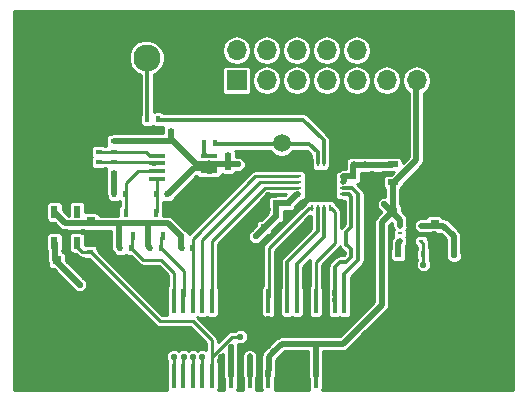
<source format=gtl>
G04 #@! TF.FileFunction,Copper,L1,Top,Signal*
%FSLAX46Y46*%
G04 Gerber Fmt 4.6, Leading zero omitted, Abs format (unit mm)*
G04 Created by KiCad (PCBNEW 4.0.7) date 06/05/18 19:10:08*
%MOMM*%
%LPD*%
G01*
G04 APERTURE LIST*
%ADD10C,0.100000*%
%ADD11R,0.400000X2.100000*%
%ADD12O,2.200000X2.200000*%
%ADD13R,0.400000X0.600000*%
%ADD14R,0.600000X0.400000*%
%ADD15R,0.450000X0.700000*%
%ADD16R,0.600000X0.500000*%
%ADD17R,0.500000X0.600000*%
%ADD18R,0.750000X0.800000*%
%ADD19R,0.800000X0.750000*%
%ADD20R,1.700000X1.700000*%
%ADD21O,1.700000X1.700000*%
%ADD22C,2.600000*%
%ADD23C,2.300000*%
%ADD24R,0.900000X0.500000*%
%ADD25C,4.500000*%
%ADD26C,1.500000*%
%ADD27R,0.250000X0.600000*%
%ADD28R,0.600000X0.250000*%
%ADD29R,2.600000X2.600000*%
%ADD30R,1.450000X0.450000*%
%ADD31R,0.400000X0.260000*%
%ADD32R,0.800000X1.300000*%
%ADD33R,0.600000X1.100000*%
%ADD34C,0.550000*%
%ADD35C,0.508000*%
%ADD36C,0.254000*%
%ADD37C,0.341630*%
G04 APERTURE END LIST*
D10*
D11*
X150388000Y-113390000D03*
D12*
X148788000Y-110490000D03*
X167188000Y-110490000D03*
X170313000Y-108115000D03*
X170313000Y-112865000D03*
X145663000Y-112865000D03*
X145663000Y-108115000D03*
D11*
X165588000Y-107065000D03*
X164788000Y-107090000D03*
X163988000Y-107090000D03*
X163188000Y-107090000D03*
X162388000Y-107090000D03*
X161588000Y-107090000D03*
X160788000Y-107090000D03*
X159988000Y-107090000D03*
X159188000Y-107090000D03*
X158388000Y-107090000D03*
X157588000Y-107090000D03*
X156788000Y-107090000D03*
X155988000Y-107090000D03*
X155188000Y-107090000D03*
X154388000Y-107090000D03*
X153588000Y-107090000D03*
X152788000Y-107090000D03*
X151988000Y-107090000D03*
X151188000Y-107090000D03*
X150388000Y-107090000D03*
X151188000Y-113390000D03*
X151988000Y-113390000D03*
X152788000Y-113390000D03*
X153588000Y-113390000D03*
X154388000Y-113390000D03*
X155188000Y-113390000D03*
X155988000Y-113390000D03*
X156788000Y-113390000D03*
X157588000Y-113390000D03*
X158388000Y-113390000D03*
X159188000Y-113390000D03*
X159988000Y-113390000D03*
X160788000Y-113390000D03*
X161588000Y-113390000D03*
X162388000Y-113390000D03*
X163188000Y-113390000D03*
X163988000Y-113390000D03*
X164788000Y-113390000D03*
X165588000Y-113390000D03*
D13*
X151050000Y-102600000D03*
X151950000Y-102600000D03*
D14*
X144018000Y-95308000D03*
X144018000Y-96208000D03*
D15*
X148194000Y-101584000D03*
X149494000Y-101584000D03*
X148844000Y-99584000D03*
D16*
X165566000Y-96520000D03*
X166666000Y-96520000D03*
D17*
X165608000Y-95546000D03*
X165608000Y-94446000D03*
X166624000Y-95546000D03*
X166624000Y-94446000D03*
X167640000Y-95546000D03*
X167640000Y-94446000D03*
X160020000Y-98764000D03*
X160020000Y-99864000D03*
D16*
X159046000Y-98806000D03*
X157946000Y-98806000D03*
X158030000Y-100838000D03*
X156930000Y-100838000D03*
X159046000Y-99822000D03*
X157946000Y-99822000D03*
D17*
X154940000Y-95716000D03*
X154940000Y-96816000D03*
D18*
X172466000Y-102096000D03*
X172466000Y-100596000D03*
D19*
X170422000Y-99568000D03*
X168922000Y-99568000D03*
D16*
X169376000Y-103124000D03*
X170476000Y-103124000D03*
D19*
X141974000Y-103632000D03*
X140474000Y-103632000D03*
D18*
X143383000Y-101842000D03*
X143383000Y-100342000D03*
D20*
X155702000Y-88392000D03*
D21*
X155702000Y-85852000D03*
X158242000Y-88392000D03*
X158242000Y-85852000D03*
X160782000Y-88392000D03*
X160782000Y-85852000D03*
X163322000Y-88392000D03*
X163322000Y-85852000D03*
X165862000Y-88392000D03*
X165862000Y-85852000D03*
X168402000Y-88392000D03*
X168402000Y-85852000D03*
X170942000Y-88392000D03*
X170942000Y-85852000D03*
D22*
X145542000Y-89027000D03*
X150622000Y-89027000D03*
X150622000Y-83947000D03*
D23*
X148082000Y-86487000D03*
D22*
X145542000Y-83947000D03*
D24*
X168910000Y-97016000D03*
X168910000Y-95516000D03*
D25*
X140208000Y-85852000D03*
X175768000Y-85852000D03*
X140208000Y-111252000D03*
X175768000Y-111252000D03*
D15*
X145654000Y-101584000D03*
X146954000Y-101584000D03*
X146304000Y-99584000D03*
D14*
X150114000Y-92652000D03*
X150114000Y-91752000D03*
D13*
X149040000Y-91694000D03*
X148140000Y-91694000D03*
X145854000Y-102616000D03*
X146754000Y-102616000D03*
X148394000Y-102616000D03*
X149294000Y-102616000D03*
X145346000Y-98044000D03*
X146246000Y-98044000D03*
X149802000Y-98044000D03*
X148902000Y-98044000D03*
D14*
X154940000Y-94684000D03*
X154940000Y-93784000D03*
D13*
X153866000Y-93726000D03*
X152966000Y-93726000D03*
D14*
X156210000Y-93784000D03*
X156210000Y-94684000D03*
X145288000Y-93530000D03*
X145288000Y-94430000D03*
X145288000Y-96208000D03*
X145288000Y-95308000D03*
X144018000Y-94430000D03*
X144018000Y-93530000D03*
D13*
X171508000Y-103124000D03*
X172408000Y-103124000D03*
D14*
X143256000Y-102928000D03*
X143256000Y-103828000D03*
D26*
X159512000Y-93726000D03*
D27*
X162064000Y-99182000D03*
X163564000Y-95382000D03*
D28*
X164714000Y-96532000D03*
X160914000Y-97032000D03*
X160914000Y-97532000D03*
X164714000Y-98032000D03*
X164714000Y-97532000D03*
X160914000Y-98032000D03*
X164714000Y-97032000D03*
X160914000Y-96532000D03*
D27*
X163064000Y-95382000D03*
X162564000Y-95382000D03*
X162064000Y-95382000D03*
X162564000Y-99182000D03*
X163064000Y-99182000D03*
X163564000Y-99182000D03*
D29*
X162814000Y-97282000D03*
D30*
X153330000Y-96733000D03*
X153330000Y-96083000D03*
X153330000Y-95433000D03*
X153330000Y-94783000D03*
X148930000Y-96733000D03*
X148930000Y-96083000D03*
X148930000Y-95433000D03*
X148930000Y-94783000D03*
D31*
X169534000Y-100696000D03*
X169534000Y-101346000D03*
X169534000Y-101996000D03*
X171334000Y-100696000D03*
X171334000Y-101346000D03*
X171334000Y-101996000D03*
D32*
X170434000Y-101346000D03*
D33*
X140274000Y-99538000D03*
X142174000Y-99538000D03*
X142174000Y-102138000D03*
X141224000Y-102138000D03*
X140274000Y-102138000D03*
D34*
X167650000Y-96500000D03*
X167650000Y-97350000D03*
X154940000Y-102870000D03*
X156210000Y-104140000D03*
X157480000Y-102870000D03*
X151130000Y-100330000D03*
X149860000Y-99060000D03*
X152400000Y-99060000D03*
X165735000Y-83185000D03*
X160655000Y-83185000D03*
X155575000Y-83185000D03*
X158350000Y-108600000D03*
X165600000Y-108550000D03*
X163150000Y-108600000D03*
X161550000Y-108600000D03*
X154800000Y-105600000D03*
X157600000Y-111800000D03*
X156000000Y-111800000D03*
X154400000Y-111800000D03*
X165200000Y-111800000D03*
X163600000Y-111800000D03*
X161200000Y-111800000D03*
X159600000Y-111800000D03*
X140970000Y-92710000D03*
X140970000Y-97790000D03*
X172720000Y-96520000D03*
X172720000Y-91440000D03*
X138430000Y-90170000D03*
X138430000Y-95250000D03*
X138430000Y-100330000D03*
X138430000Y-105410000D03*
X177800000Y-88900000D03*
X177800000Y-93980000D03*
X177800000Y-99060000D03*
X177800000Y-104140000D03*
X166550000Y-93700000D03*
X164750000Y-94450000D03*
X167650000Y-93700000D03*
X168500000Y-94450000D03*
X163850000Y-94600000D03*
X161650000Y-94600000D03*
X161250000Y-98950000D03*
X159550000Y-100600000D03*
X158350000Y-98100000D03*
X157200000Y-99800000D03*
X156150000Y-100850000D03*
X158400000Y-94650000D03*
X152000000Y-97450000D03*
X153300000Y-97450000D03*
X155800000Y-96800000D03*
X144000000Y-96850000D03*
X144050000Y-92900000D03*
X144500000Y-101850000D03*
X141250000Y-101200000D03*
X142700000Y-101200000D03*
X142700000Y-104450000D03*
X143850000Y-104450000D03*
X173100000Y-102950000D03*
X171400000Y-99550000D03*
X170450000Y-98700000D03*
X172450000Y-101400000D03*
X170450000Y-102450000D03*
X170450000Y-101350000D03*
X170450000Y-100350000D03*
X162750000Y-97250000D03*
X162000000Y-96500000D03*
X163500000Y-96500000D03*
X163500000Y-98000000D03*
X162000000Y-98000000D03*
X151000000Y-101600000D03*
X157300000Y-101600000D03*
X150900000Y-97000000D03*
X145300000Y-97000000D03*
X168200000Y-98900000D03*
X155800000Y-95500000D03*
X156800000Y-111800000D03*
X174100000Y-103200000D03*
X155200000Y-111000000D03*
X142400000Y-105700000D03*
X155200000Y-111800000D03*
X156000000Y-110100000D03*
X171500000Y-104000000D03*
X152800000Y-111800000D03*
X152000000Y-111800000D03*
X151200000Y-111800000D03*
X150400000Y-111800000D03*
D35*
X167200000Y-95546000D02*
X168854000Y-95546000D01*
X168854000Y-95546000D02*
X168900000Y-95500000D01*
X168900000Y-95500000D02*
X168910000Y-95516000D01*
X166624000Y-95546000D02*
X167200000Y-95546000D01*
X167200000Y-95546000D02*
X167546000Y-95546000D01*
X167546000Y-95546000D02*
X167600000Y-95600000D01*
X167600000Y-95600000D02*
X167640000Y-95546000D01*
X165608000Y-95546000D02*
X166554000Y-95546000D01*
X166554000Y-95546000D02*
X166600000Y-95500000D01*
X166600000Y-95500000D02*
X166624000Y-95546000D01*
X165566000Y-96520000D02*
X165566000Y-95534000D01*
X165566000Y-95534000D02*
X165600000Y-95500000D01*
X165600000Y-95500000D02*
X165608000Y-95546000D01*
X164714000Y-96532000D02*
X164714000Y-96564000D01*
X164714000Y-96564000D02*
X164800000Y-96650000D01*
X164800000Y-96650000D02*
X164800000Y-96950000D01*
X164800000Y-96950000D02*
X164714000Y-97032000D01*
X164714000Y-96532000D02*
X165468000Y-96532000D01*
X165468000Y-96532000D02*
X165500000Y-96500000D01*
X165500000Y-96500000D02*
X165566000Y-96520000D01*
X165566000Y-96520000D02*
X164980000Y-96520000D01*
D36*
X157588000Y-105518000D02*
X156210000Y-104140000D01*
X157588000Y-105518000D02*
X157588000Y-107090000D01*
X152400000Y-99060000D02*
X151130000Y-100330000D01*
X153330000Y-96733000D02*
X153330000Y-98130000D01*
X153330000Y-98130000D02*
X152400000Y-99060000D01*
X150622000Y-83947000D02*
X154813000Y-83947000D01*
X160655000Y-83185000D02*
X165735000Y-83185000D01*
X155575000Y-83185000D02*
X160655000Y-83185000D01*
X154813000Y-83947000D02*
X155575000Y-83185000D01*
X159188000Y-107090000D02*
X159188000Y-108188000D01*
X158776000Y-108600000D02*
X158350000Y-108600000D01*
X159188000Y-108188000D02*
X158776000Y-108600000D01*
X165588000Y-107065000D02*
X165588000Y-108538000D01*
X165588000Y-108538000D02*
X165600000Y-108550000D01*
X163188000Y-107090000D02*
X163188000Y-108562000D01*
X163188000Y-108562000D02*
X163150000Y-108600000D01*
X161588000Y-107090000D02*
X161588000Y-108562000D01*
X161588000Y-108562000D02*
X161550000Y-108600000D01*
X154388000Y-107090000D02*
X154388000Y-106012000D01*
X154388000Y-106012000D02*
X154800000Y-105600000D01*
X157588000Y-113390000D02*
X157588000Y-111812000D01*
X157588000Y-111812000D02*
X157600000Y-111800000D01*
X155988000Y-113390000D02*
X155988000Y-111812000D01*
X155988000Y-111812000D02*
X156000000Y-111800000D01*
X154388000Y-113390000D02*
X154388000Y-111812000D01*
X154388000Y-111812000D02*
X154400000Y-111800000D01*
X163188000Y-113390000D02*
X163188000Y-112212000D01*
X163600000Y-111800000D02*
X165200000Y-111800000D01*
X163188000Y-112212000D02*
X163600000Y-111800000D01*
X160788000Y-113390000D02*
X160788000Y-112212000D01*
X160788000Y-112212000D02*
X161200000Y-111800000D01*
X159988000Y-113390000D02*
X159988000Y-112188000D01*
X159988000Y-112188000D02*
X159600000Y-111800000D01*
X145542000Y-89027000D02*
X144653000Y-89027000D01*
X144653000Y-89027000D02*
X140970000Y-92710000D01*
X140970000Y-92710000D02*
X140970000Y-97790000D01*
X175768000Y-85852000D02*
X172720000Y-88900000D01*
X172720000Y-91440000D02*
X172720000Y-96520000D01*
X172720000Y-88900000D02*
X172720000Y-91440000D01*
X140208000Y-111252000D02*
X140208000Y-107188000D01*
X139700000Y-88900000D02*
X139700000Y-86360000D01*
X138430000Y-90170000D02*
X139700000Y-88900000D01*
X138430000Y-95250000D02*
X138430000Y-90170000D01*
X138430000Y-100330000D02*
X138430000Y-95250000D01*
X138430000Y-105410000D02*
X138430000Y-100330000D01*
X140208000Y-107188000D02*
X138430000Y-105410000D01*
X139700000Y-86360000D02*
X140208000Y-85852000D01*
X175768000Y-85852000D02*
X175768000Y-86868000D01*
X175768000Y-86868000D02*
X177800000Y-88900000D01*
X177800000Y-88900000D02*
X177800000Y-93980000D01*
X177800000Y-93980000D02*
X177800000Y-99060000D01*
X177800000Y-99060000D02*
X177800000Y-104140000D01*
X177800000Y-104140000D02*
X177800000Y-109220000D01*
X177800000Y-109220000D02*
X175260000Y-111760000D01*
X175260000Y-111760000D02*
X175768000Y-111252000D01*
X166624000Y-94446000D02*
X166624000Y-94424000D01*
X166624000Y-94424000D02*
X166550000Y-94350000D01*
X166550000Y-94350000D02*
X166550000Y-93700000D01*
X165608000Y-94446000D02*
X164754000Y-94446000D01*
X164754000Y-94446000D02*
X164750000Y-94450000D01*
X167640000Y-94446000D02*
X167640000Y-93710000D01*
X167640000Y-93710000D02*
X167650000Y-93700000D01*
X167640000Y-94446000D02*
X168496000Y-94446000D01*
X168496000Y-94446000D02*
X168500000Y-94450000D01*
X163564000Y-95382000D02*
X163564000Y-94886000D01*
X163564000Y-94886000D02*
X163850000Y-94600000D01*
X162064000Y-95382000D02*
X162064000Y-95014000D01*
X162064000Y-95014000D02*
X161650000Y-94600000D01*
X166666000Y-96520000D02*
X166820000Y-96520000D01*
X166820000Y-96520000D02*
X167650000Y-97350000D01*
X166666000Y-96520000D02*
X167630000Y-96520000D01*
X167630000Y-96520000D02*
X167650000Y-96500000D01*
X160020000Y-99864000D02*
X160336000Y-99864000D01*
X160336000Y-99864000D02*
X161250000Y-98950000D01*
X160020000Y-99864000D02*
X160020000Y-100130000D01*
X160020000Y-100130000D02*
X159550000Y-100600000D01*
X157946000Y-98806000D02*
X157946000Y-98504000D01*
X157946000Y-98504000D02*
X158350000Y-98100000D01*
X157946000Y-99822000D02*
X157222000Y-99822000D01*
X157222000Y-99822000D02*
X157200000Y-99800000D01*
X156930000Y-100838000D02*
X156162000Y-100838000D01*
X156162000Y-100838000D02*
X156150000Y-100850000D01*
X156210000Y-94684000D02*
X158366000Y-94684000D01*
X158366000Y-94684000D02*
X158400000Y-94650000D01*
X153330000Y-96733000D02*
X152717000Y-96733000D01*
X152717000Y-96733000D02*
X152000000Y-97450000D01*
X153330000Y-96733000D02*
X153330000Y-97420000D01*
X153330000Y-97420000D02*
X153300000Y-97450000D01*
X154940000Y-96816000D02*
X155784000Y-96816000D01*
X155784000Y-96816000D02*
X155800000Y-96800000D01*
X144018000Y-96208000D02*
X144018000Y-96832000D01*
X144018000Y-96832000D02*
X144000000Y-96850000D01*
X144018000Y-93530000D02*
X144018000Y-92932000D01*
X144018000Y-92932000D02*
X144050000Y-92900000D01*
X143383000Y-101842000D02*
X144492000Y-101842000D01*
X144492000Y-101842000D02*
X144500000Y-101850000D01*
X142700000Y-101200000D02*
X141250000Y-101200000D01*
X141224000Y-101226000D02*
X141250000Y-101200000D01*
X141224000Y-101226000D02*
X141224000Y-102138000D01*
X141974000Y-103632000D02*
X141974000Y-103724000D01*
X141974000Y-103724000D02*
X142700000Y-104450000D01*
X143256000Y-103828000D02*
X143256000Y-103856000D01*
X143256000Y-103856000D02*
X143850000Y-104450000D01*
X172466000Y-102096000D02*
X172466000Y-102316000D01*
X172466000Y-102316000D02*
X173100000Y-102950000D01*
X170422000Y-99568000D02*
X171382000Y-99568000D01*
X171382000Y-99568000D02*
X171400000Y-99550000D01*
X170422000Y-99568000D02*
X170422000Y-98728000D01*
X170422000Y-98728000D02*
X170450000Y-98700000D01*
X171334000Y-101346000D02*
X172396000Y-101346000D01*
X172396000Y-101346000D02*
X172450000Y-101400000D01*
X170434000Y-101346000D02*
X170434000Y-102434000D01*
X170434000Y-102434000D02*
X170450000Y-102450000D01*
X170434000Y-101346000D02*
X170446000Y-101346000D01*
X170446000Y-101346000D02*
X170450000Y-101350000D01*
X170450000Y-101350000D02*
X170450000Y-100350000D01*
X162814000Y-97282000D02*
X162782000Y-97282000D01*
X162782000Y-97282000D02*
X162750000Y-97250000D01*
X162750000Y-97250000D02*
X162000000Y-96500000D01*
X162000000Y-96500000D02*
X163500000Y-96500000D01*
X163500000Y-96500000D02*
X163500000Y-98000000D01*
X163500000Y-98000000D02*
X162000000Y-98000000D01*
X162000000Y-98000000D02*
X162814000Y-97282000D01*
D35*
X145700000Y-100500000D02*
X145700000Y-101600000D01*
X145700000Y-101600000D02*
X145700000Y-102500000D01*
X145700000Y-102500000D02*
X145854000Y-102616000D01*
X148200000Y-100500000D02*
X148200000Y-101600000D01*
X148200000Y-101600000D02*
X148200000Y-102400000D01*
X148200000Y-102400000D02*
X148394000Y-102616000D01*
X151000000Y-101600000D02*
X151000000Y-102600000D01*
X151000000Y-102600000D02*
X151050000Y-102600000D01*
X143383000Y-100342000D02*
X143383000Y-100483000D01*
X143383000Y-100483000D02*
X143400000Y-100500000D01*
X143400000Y-100500000D02*
X145700000Y-100500000D01*
X145700000Y-100500000D02*
X148200000Y-100500000D01*
X148200000Y-100500000D02*
X149900000Y-100500000D01*
X149900000Y-100500000D02*
X151000000Y-101600000D01*
X157300000Y-101600000D02*
X158100000Y-100800000D01*
X158100000Y-100800000D02*
X158030000Y-100838000D01*
X159046000Y-99822000D02*
X159046000Y-99854000D01*
X159046000Y-99854000D02*
X158100000Y-100800000D01*
X158100000Y-100800000D02*
X158030000Y-100838000D01*
X159046000Y-98806000D02*
X159046000Y-99754000D01*
X159046000Y-99754000D02*
X159000000Y-99800000D01*
X159000000Y-99800000D02*
X159046000Y-99822000D01*
X160020000Y-98764000D02*
X159136000Y-98764000D01*
X159136000Y-98764000D02*
X159100000Y-98800000D01*
X159100000Y-98800000D02*
X159046000Y-98806000D01*
X160020000Y-98764000D02*
X160036000Y-98764000D01*
X160036000Y-98764000D02*
X160700000Y-98100000D01*
X160700000Y-98100000D02*
X160914000Y-98032000D01*
X140274000Y-99538000D02*
X140274000Y-99574000D01*
X140274000Y-99574000D02*
X141200000Y-100500000D01*
X141200000Y-100500000D02*
X143400000Y-100500000D01*
X143400000Y-100500000D02*
X143383000Y-100342000D01*
X168910000Y-97016000D02*
X169049000Y-97016000D01*
X169049000Y-97016000D02*
X170915000Y-95150000D01*
X170915000Y-95150000D02*
X170915000Y-88265000D01*
X170815000Y-88265000D02*
X170942000Y-88392000D01*
X163200000Y-110700000D02*
X162400000Y-110700000D01*
X168000000Y-100400000D02*
X168832000Y-99568000D01*
X164700000Y-110700000D02*
X163200000Y-110700000D01*
X168000000Y-107400000D02*
X164700000Y-110700000D01*
X168000000Y-100400000D02*
X168000000Y-107400000D01*
X162400000Y-110700000D02*
X162400000Y-111500000D01*
X159500000Y-110700000D02*
X158800000Y-111400000D01*
X158400000Y-111800000D02*
X158400000Y-112500000D01*
X158800000Y-111400000D02*
X158400000Y-111800000D01*
X162400000Y-110700000D02*
X159500000Y-110700000D01*
X162400000Y-111500000D02*
X162400000Y-112500000D01*
X162400000Y-112500000D02*
X162388000Y-113390000D01*
X158400000Y-112500000D02*
X158388000Y-113390000D01*
X168922000Y-99568000D02*
X168832000Y-99568000D01*
X162400000Y-112600000D02*
X162388000Y-113390000D01*
X150114000Y-92652000D02*
X150114000Y-93314000D01*
X150114000Y-93314000D02*
X150300000Y-93500000D01*
X152300000Y-95500000D02*
X150300000Y-93500000D01*
X150300000Y-93500000D02*
X145300000Y-93500000D01*
X145300000Y-93500000D02*
X145288000Y-93530000D01*
X152400000Y-95500000D02*
X152300000Y-95500000D01*
X153330000Y-95433000D02*
X153330000Y-95470000D01*
X153330000Y-95470000D02*
X153300000Y-95500000D01*
X153300000Y-95500000D02*
X152400000Y-95500000D01*
X152600000Y-95800000D02*
X152600000Y-95800000D01*
X152300000Y-95500000D02*
X152600000Y-95800000D01*
X150900000Y-97000000D02*
X152100000Y-95800000D01*
X153200000Y-95800000D02*
X153330000Y-95800000D01*
X152100000Y-95800000D02*
X152600000Y-95800000D01*
X152600000Y-95800000D02*
X153200000Y-95800000D01*
X145300000Y-96300000D02*
X145288000Y-96208000D01*
X145300000Y-97000000D02*
X145300000Y-96300000D01*
X145300000Y-98000000D02*
X145346000Y-98044000D01*
X145300000Y-98000000D02*
X145300000Y-97000000D01*
X150900000Y-97000000D02*
X149900000Y-98000000D01*
X149900000Y-98000000D02*
X149802000Y-98044000D01*
X153330000Y-95433000D02*
X153330000Y-95800000D01*
X153330000Y-95800000D02*
X153330000Y-95870000D01*
X153330000Y-95870000D02*
X153200000Y-96000000D01*
X153200000Y-96000000D02*
X153330000Y-96083000D01*
X154940000Y-94684000D02*
X154940000Y-95460000D01*
X154940000Y-95460000D02*
X154900000Y-95500000D01*
X154900000Y-95500000D02*
X154940000Y-95716000D01*
X168922000Y-99568000D02*
X168922000Y-99622000D01*
X168922000Y-99622000D02*
X168200000Y-98900000D01*
X155800000Y-95500000D02*
X154900000Y-95500000D01*
X154900000Y-95500000D02*
X153700000Y-95500000D01*
X153700000Y-95500000D02*
X153800000Y-95600000D01*
X153800000Y-95600000D02*
X153800000Y-96000000D01*
X153800000Y-96000000D02*
X153330000Y-96083000D01*
X168910000Y-97016000D02*
X168910000Y-99590000D01*
X168910000Y-99590000D02*
X169500000Y-100180000D01*
X169500000Y-100180000D02*
X169500000Y-100600000D01*
X169500000Y-100600000D02*
X169534000Y-100696000D01*
X156788000Y-111812000D02*
X156800000Y-111800000D01*
X174100000Y-103200000D02*
X174100000Y-101600000D01*
X174100000Y-101600000D02*
X173200000Y-100700000D01*
X172400000Y-100700000D02*
X173200000Y-100700000D01*
X156788000Y-111760000D02*
X156788000Y-111812000D01*
X156788000Y-111760000D02*
X156788000Y-113390000D01*
X172400000Y-100700000D02*
X172466000Y-100596000D01*
X171334000Y-100696000D02*
X172396000Y-100696000D01*
X172396000Y-100696000D02*
X172400000Y-100700000D01*
X172400000Y-100700000D02*
X172466000Y-100596000D01*
X169376000Y-103124000D02*
X169376000Y-102124000D01*
X169376000Y-102124000D02*
X169500000Y-102000000D01*
X169500000Y-102000000D02*
X169534000Y-101996000D01*
X155200000Y-111100000D02*
X155200000Y-112600000D01*
X155200000Y-112600000D02*
X155188000Y-113390000D01*
X155194000Y-111760000D02*
X155188000Y-111760000D01*
X155188000Y-111754000D02*
X155194000Y-111760000D01*
X142400000Y-105700000D02*
X141700000Y-105000000D01*
X141700000Y-105000000D02*
X140300000Y-103600000D01*
X155188000Y-113390000D02*
X155188000Y-111760000D01*
X155188000Y-111760000D02*
X155188000Y-111812000D01*
X155188000Y-111812000D02*
X155200000Y-111800000D01*
X140474000Y-103632000D02*
X140332000Y-103632000D01*
X140332000Y-103632000D02*
X140300000Y-103600000D01*
X140300000Y-103600000D02*
X140300000Y-102200000D01*
X140300000Y-102200000D02*
X140274000Y-102138000D01*
X140300000Y-103600000D02*
X140474000Y-103632000D01*
X140500000Y-103600000D02*
X140474000Y-103632000D01*
D36*
X153588000Y-113390000D02*
X153588000Y-112562000D01*
X153588000Y-112562000D02*
X153650000Y-112500000D01*
X153650000Y-112500000D02*
X153650000Y-111550000D01*
X153650000Y-111550000D02*
X153600000Y-111550000D01*
X153600000Y-111800000D02*
X155300000Y-110100000D01*
X156000000Y-110100000D02*
X155300000Y-110100000D01*
X153600000Y-112500000D02*
X153600000Y-111800000D01*
X153600000Y-111800000D02*
X153600000Y-111550000D01*
X153600000Y-111550000D02*
X153600000Y-110400000D01*
X149200000Y-108800000D02*
X143500000Y-103100000D01*
X152000000Y-108800000D02*
X149200000Y-108800000D01*
X153600000Y-110400000D02*
X152000000Y-108800000D01*
X153600000Y-112500000D02*
X153588000Y-113390000D01*
X171500000Y-104000000D02*
X171500000Y-103100000D01*
X153588000Y-113390000D02*
X153588000Y-112512000D01*
X153600000Y-112600000D02*
X153588000Y-113390000D01*
X142174000Y-102138000D02*
X142174000Y-102474000D01*
X142174000Y-102474000D02*
X142600000Y-102900000D01*
X142600000Y-102900000D02*
X143200000Y-102900000D01*
X143200000Y-102900000D02*
X143256000Y-102928000D01*
X143256000Y-102928000D02*
X143328000Y-102928000D01*
X143328000Y-102928000D02*
X143500000Y-103100000D01*
X143500000Y-103100000D02*
X143256000Y-102928000D01*
X171500000Y-103100000D02*
X171508000Y-103124000D01*
X142200000Y-102100000D02*
X142174000Y-102138000D01*
X171508000Y-103124000D02*
X171508000Y-102208000D01*
X171508000Y-102208000D02*
X171300000Y-102000000D01*
X171300000Y-102000000D02*
X171334000Y-101996000D01*
X152788000Y-113390000D02*
X152788000Y-111812000D01*
X152788000Y-111812000D02*
X152800000Y-111800000D01*
X151988000Y-113390000D02*
X151988000Y-111812000D01*
X151988000Y-111812000D02*
X152000000Y-111800000D01*
X151188000Y-113390000D02*
X151188000Y-111812000D01*
X151188000Y-111812000D02*
X151200000Y-111800000D01*
X150388000Y-113390000D02*
X150388000Y-111812000D01*
X150388000Y-111812000D02*
X150400000Y-111800000D01*
D37*
X148140000Y-91694000D02*
X148140000Y-86672000D01*
X148140000Y-86672000D02*
X148082000Y-86614000D01*
X148082000Y-86614000D02*
X148082000Y-86487000D01*
X160800000Y-105900000D02*
X160800000Y-106450000D01*
X160800000Y-106450000D02*
X160788000Y-107090000D01*
X160800000Y-105850000D02*
X160800000Y-105900000D01*
X160800000Y-105900000D02*
X160800000Y-103950000D01*
X163064000Y-101686000D02*
X160800000Y-103950000D01*
X163064000Y-101686000D02*
X163064000Y-99182000D01*
X160000000Y-105900000D02*
X160000000Y-106600000D01*
X160000000Y-106600000D02*
X159988000Y-107090000D01*
X160000000Y-103750000D02*
X160000000Y-105900000D01*
X160000000Y-105900000D02*
X160000000Y-105850000D01*
X162564000Y-101186000D02*
X160000000Y-103750000D01*
X160000000Y-103750000D02*
X160000000Y-103750000D01*
X162564000Y-99182000D02*
X162564000Y-101186000D01*
X160000000Y-103750000D02*
X160000000Y-103750000D01*
D36*
X162064000Y-99182000D02*
X161818000Y-99182000D01*
X161818000Y-99182000D02*
X158400000Y-102600000D01*
X158400000Y-102600000D02*
X158400000Y-106400000D01*
X158400000Y-106400000D02*
X158388000Y-107090000D01*
D37*
X164000000Y-105900000D02*
X164000000Y-106350000D01*
X164000000Y-106350000D02*
X163988000Y-107090000D01*
X165400000Y-98250000D02*
X165400000Y-100800000D01*
X165182000Y-98032000D02*
X165400000Y-98250000D01*
X164714000Y-98032000D02*
X165182000Y-98032000D01*
X164950000Y-101250000D02*
X164950000Y-102250000D01*
X165400000Y-100800000D02*
X164950000Y-101250000D01*
X165400000Y-103350000D02*
X165400000Y-102700000D01*
X165400000Y-102700000D02*
X164950000Y-102250000D01*
X164950000Y-102250000D02*
X165000000Y-102300000D01*
X164000000Y-104750000D02*
X164000000Y-105900000D01*
X164000000Y-105900000D02*
X164000000Y-105850000D01*
X164000000Y-104750000D02*
X164000000Y-104200000D01*
X164000000Y-104200000D02*
X164450000Y-103750000D01*
X164450000Y-103750000D02*
X165000000Y-103750000D01*
X165000000Y-103750000D02*
X165400000Y-103350000D01*
X165400000Y-103350000D02*
X165400000Y-103350000D01*
X164000000Y-107000000D02*
X163988000Y-107090000D01*
X163982400Y-107086400D02*
X163988000Y-107090000D01*
X163982400Y-106248200D02*
X163988000Y-107090000D01*
X163957000Y-107061000D02*
X163988000Y-107090000D01*
X163957000Y-106934000D02*
X163988000Y-107090000D01*
X164800000Y-105900000D02*
X164800000Y-106350000D01*
X164800000Y-106350000D02*
X164788000Y-107090000D01*
X164714000Y-97532000D02*
X165482000Y-97532000D01*
X164800000Y-104800000D02*
X164800000Y-105900000D01*
X164800000Y-105900000D02*
X164800000Y-105850000D01*
X166000000Y-103600000D02*
X164800000Y-104800000D01*
X166000000Y-98050000D02*
X166000000Y-103600000D01*
X165482000Y-97532000D02*
X166000000Y-98050000D01*
D36*
X164000000Y-102200000D02*
X162400000Y-103800000D01*
X163564000Y-99182000D02*
X163682000Y-99182000D01*
X163682000Y-99182000D02*
X164000000Y-99500000D01*
X164000000Y-99500000D02*
X164000000Y-102200000D01*
X162400000Y-103800000D02*
X162400000Y-106300000D01*
X162400000Y-106300000D02*
X162388000Y-107090000D01*
X146754000Y-102616000D02*
X146784000Y-102616000D01*
X146784000Y-102616000D02*
X147768000Y-103600000D01*
X150400000Y-104700000D02*
X150400000Y-106200000D01*
X149300000Y-103600000D02*
X150400000Y-104700000D01*
X147768000Y-103600000D02*
X149300000Y-103600000D01*
X150400000Y-106200000D02*
X150388000Y-107090000D01*
X146954000Y-101584000D02*
X146916000Y-101584000D01*
X146916000Y-101584000D02*
X146800000Y-101700000D01*
X146800000Y-101700000D02*
X146800000Y-102600000D01*
X146800000Y-102600000D02*
X146754000Y-102616000D01*
X149294000Y-102616000D02*
X149294000Y-102606000D01*
X149294000Y-102606000D02*
X151200000Y-104512000D01*
X151200000Y-104512000D02*
X151200000Y-106300000D01*
X151200000Y-106300000D02*
X151188000Y-107090000D01*
X149494000Y-101584000D02*
X149416000Y-101584000D01*
X149416000Y-101584000D02*
X149300000Y-101700000D01*
X149300000Y-101700000D02*
X149300000Y-102600000D01*
X149300000Y-102600000D02*
X149294000Y-102616000D01*
X152000000Y-102600000D02*
X152000000Y-101800000D01*
X157268000Y-96532000D02*
X152000000Y-101800000D01*
X157268000Y-96532000D02*
X160914000Y-96532000D01*
X152000000Y-102600000D02*
X152000000Y-106300000D01*
X152000000Y-106300000D02*
X151988000Y-107090000D01*
X160914000Y-97532000D02*
X158068000Y-97532000D01*
X153600000Y-102000000D02*
X153600000Y-106200000D01*
X158068000Y-97532000D02*
X153600000Y-102000000D01*
X153600000Y-106200000D02*
X153588000Y-107090000D01*
X160914000Y-97032000D02*
X157668000Y-97032000D01*
X152800000Y-101900000D02*
X152800000Y-106300000D01*
X157668000Y-97032000D02*
X152800000Y-101900000D01*
X152800000Y-106300000D02*
X152788000Y-107090000D01*
X146304000Y-99584000D02*
X146304000Y-98044000D01*
X146304000Y-98044000D02*
X146246000Y-98044000D01*
X148930000Y-96083000D02*
X147317000Y-96083000D01*
X146300000Y-97100000D02*
X146300000Y-99600000D01*
X147317000Y-96083000D02*
X146300000Y-97100000D01*
X146300000Y-99600000D02*
X146304000Y-99584000D01*
X148930000Y-96733000D02*
X148930000Y-99570000D01*
X148930000Y-99570000D02*
X148900000Y-99600000D01*
X148900000Y-99600000D02*
X148844000Y-99584000D01*
X148930000Y-96733000D02*
X148930000Y-98070000D01*
X148930000Y-98070000D02*
X148900000Y-98100000D01*
X148900000Y-98100000D02*
X148902000Y-98044000D01*
D37*
X150114000Y-91752000D02*
X161348000Y-91752000D01*
X163068000Y-93472000D02*
X163068000Y-95250000D01*
X161348000Y-91752000D02*
X163068000Y-93472000D01*
X163068000Y-95250000D02*
X163064000Y-95382000D01*
X150114000Y-91752000D02*
X149156000Y-91752000D01*
X149156000Y-91752000D02*
X149098000Y-91694000D01*
X149098000Y-91694000D02*
X149040000Y-91694000D01*
X156210000Y-93784000D02*
X159454000Y-93784000D01*
X159454000Y-93784000D02*
X159512000Y-93726000D01*
X156210000Y-93784000D02*
X161856000Y-93784000D01*
X162560000Y-94488000D02*
X162560000Y-95250000D01*
X161856000Y-93784000D02*
X162560000Y-94488000D01*
X162560000Y-95250000D02*
X162564000Y-95382000D01*
X159454000Y-93784000D02*
X159512000Y-93726000D01*
X154940000Y-93784000D02*
X153982000Y-93784000D01*
X153982000Y-93784000D02*
X153924000Y-93726000D01*
X153924000Y-93726000D02*
X153866000Y-93726000D01*
X156210000Y-93784000D02*
X153982000Y-93784000D01*
X153982000Y-93784000D02*
X153924000Y-93726000D01*
X153924000Y-93726000D02*
X153866000Y-93726000D01*
X152966000Y-93726000D02*
X152966000Y-94684000D01*
X152966000Y-94684000D02*
X152908000Y-94742000D01*
X152908000Y-94742000D02*
X153330000Y-94783000D01*
D36*
X145288000Y-94430000D02*
X148030000Y-94430000D01*
X148030000Y-94430000D02*
X148400000Y-94800000D01*
X148400000Y-94800000D02*
X148930000Y-94783000D01*
X144018000Y-94430000D02*
X145270000Y-94430000D01*
X145270000Y-94430000D02*
X145300000Y-94400000D01*
X145300000Y-94400000D02*
X145288000Y-94430000D01*
X145288000Y-95308000D02*
X148444800Y-95308000D01*
X148444800Y-95308000D02*
X148615400Y-95478600D01*
X148615400Y-95478600D02*
X148930000Y-95433000D01*
X144018000Y-95308000D02*
X145230000Y-95308000D01*
X145230000Y-95308000D02*
X145237200Y-95300800D01*
X145237200Y-95300800D02*
X145288000Y-95308000D01*
X145230000Y-95308000D02*
X145288000Y-95250000D01*
X145288000Y-95250000D02*
X145288000Y-95308000D01*
X144000000Y-95300000D02*
X144018000Y-95308000D01*
G36*
X154565000Y-111618642D02*
X154544114Y-111668941D01*
X154543886Y-111929914D01*
X154553000Y-111951972D01*
X154553000Y-113390000D01*
X154576243Y-113506853D01*
X154597713Y-113624066D01*
X154599536Y-113626886D01*
X154599536Y-114440000D01*
X154626103Y-114581190D01*
X154642068Y-114606000D01*
X154135702Y-114606000D01*
X154145859Y-114591134D01*
X154176464Y-114440000D01*
X154176464Y-112340000D01*
X154158000Y-112241873D01*
X154158000Y-111960420D01*
X154565000Y-111553420D01*
X154565000Y-111618642D01*
X154565000Y-111618642D01*
G37*
X154565000Y-111618642D02*
X154544114Y-111668941D01*
X154543886Y-111929914D01*
X154553000Y-111951972D01*
X154553000Y-113390000D01*
X154576243Y-113506853D01*
X154597713Y-113624066D01*
X154599536Y-113626886D01*
X154599536Y-114440000D01*
X154626103Y-114581190D01*
X154642068Y-114606000D01*
X154135702Y-114606000D01*
X154145859Y-114591134D01*
X154176464Y-114440000D01*
X154176464Y-112340000D01*
X154158000Y-112241873D01*
X154158000Y-111960420D01*
X154565000Y-111553420D01*
X154565000Y-111618642D01*
G36*
X161765000Y-112495741D02*
X161753058Y-113381439D01*
X161775471Y-113502637D01*
X161797713Y-113624066D01*
X161798012Y-113624529D01*
X161798113Y-113625073D01*
X161799536Y-113627266D01*
X161799536Y-114440000D01*
X161826103Y-114581190D01*
X161842068Y-114606000D01*
X158935702Y-114606000D01*
X158945859Y-114591134D01*
X158976464Y-114440000D01*
X158976464Y-113616807D01*
X159022942Y-113398561D01*
X159034942Y-112508561D01*
X159034150Y-112504276D01*
X159035000Y-112500000D01*
X159035000Y-112063026D01*
X159249013Y-111849013D01*
X159763025Y-111335000D01*
X161765000Y-111335000D01*
X161765000Y-112495741D01*
X161765000Y-112495741D01*
G37*
X161765000Y-112495741D02*
X161753058Y-113381439D01*
X161775471Y-113502637D01*
X161797713Y-113624066D01*
X161798012Y-113624529D01*
X161798113Y-113625073D01*
X161799536Y-113627266D01*
X161799536Y-114440000D01*
X161826103Y-114581190D01*
X161842068Y-114606000D01*
X158935702Y-114606000D01*
X158945859Y-114591134D01*
X158976464Y-114440000D01*
X158976464Y-113616807D01*
X159022942Y-113398561D01*
X159034942Y-112508561D01*
X159034150Y-112504276D01*
X159035000Y-112500000D01*
X159035000Y-112063026D01*
X159249013Y-111849013D01*
X159763025Y-111335000D01*
X161765000Y-111335000D01*
X161765000Y-112495741D01*
G36*
X179122000Y-114606000D02*
X162935702Y-114606000D01*
X162945859Y-114591134D01*
X162976464Y-114440000D01*
X162976464Y-113616807D01*
X162997005Y-113520355D01*
X163022927Y-113399644D01*
X163034927Y-112609645D01*
X163033671Y-112602791D01*
X163034942Y-112508561D01*
X163034150Y-112504276D01*
X163035000Y-112500000D01*
X163035000Y-111335000D01*
X164700000Y-111335000D01*
X164943004Y-111286664D01*
X165149013Y-111149013D01*
X168449013Y-107849013D01*
X168586664Y-107643004D01*
X168635000Y-107400000D01*
X168635000Y-100663026D01*
X168860000Y-100438026D01*
X168865000Y-100443026D01*
X168865000Y-100600000D01*
X168885989Y-100705520D01*
X168901432Y-100811993D01*
X168935432Y-100907993D01*
X169004273Y-101023693D01*
X168976141Y-101064866D01*
X168945536Y-101216000D01*
X168945536Y-101476000D01*
X168972103Y-101617190D01*
X168977068Y-101624906D01*
X168926987Y-101674987D01*
X168789336Y-101880996D01*
X168741000Y-102124000D01*
X168741000Y-102689411D01*
X168718141Y-102722866D01*
X168687536Y-102874000D01*
X168687536Y-103374000D01*
X168714103Y-103515190D01*
X168797546Y-103644865D01*
X168924866Y-103731859D01*
X169076000Y-103762464D01*
X169676000Y-103762464D01*
X169817190Y-103735897D01*
X169946865Y-103652454D01*
X170033859Y-103525134D01*
X170064464Y-103374000D01*
X170064464Y-102874000D01*
X170037897Y-102732810D01*
X170011000Y-102691011D01*
X170011000Y-102407726D01*
X170032400Y-102389474D01*
X170083481Y-102289395D01*
X170091859Y-102277134D01*
X170093253Y-102270251D01*
X170145038Y-102168793D01*
X170164650Y-101921806D01*
X170146561Y-101866000D01*
X170745536Y-101866000D01*
X170745536Y-102126000D01*
X170772103Y-102267190D01*
X170855546Y-102396865D01*
X170982866Y-102483859D01*
X171000000Y-102487329D01*
X171000000Y-102599895D01*
X170950141Y-102672866D01*
X170919536Y-102824000D01*
X170919536Y-103424000D01*
X170946103Y-103565190D01*
X170969934Y-103602225D01*
X170944194Y-103627921D01*
X170844114Y-103868941D01*
X170843886Y-104129914D01*
X170943546Y-104371109D01*
X171127921Y-104555806D01*
X171368941Y-104655886D01*
X171629914Y-104656114D01*
X171871109Y-104556454D01*
X172055806Y-104372079D01*
X172155886Y-104131059D01*
X172156114Y-103870086D01*
X172056454Y-103628891D01*
X172040232Y-103612641D01*
X172065859Y-103575134D01*
X172096464Y-103424000D01*
X172096464Y-102824000D01*
X172069897Y-102682810D01*
X172016000Y-102599051D01*
X172016000Y-102208000D01*
X171977331Y-102013597D01*
X171977331Y-102013596D01*
X171922464Y-101931482D01*
X171922464Y-101866000D01*
X171895897Y-101724810D01*
X171812454Y-101595135D01*
X171685134Y-101508141D01*
X171534000Y-101477536D01*
X171134000Y-101477536D01*
X170992810Y-101504103D01*
X170863135Y-101587546D01*
X170776141Y-101714866D01*
X170745536Y-101866000D01*
X170146561Y-101866000D01*
X170088252Y-101686114D01*
X170067880Y-101662228D01*
X170091859Y-101627134D01*
X170122464Y-101476000D01*
X170122464Y-101216000D01*
X170095897Y-101074810D01*
X170064658Y-101026263D01*
X170107154Y-100969350D01*
X170168132Y-100729206D01*
X170163316Y-100696000D01*
X170699000Y-100696000D01*
X170747336Y-100939004D01*
X170884987Y-101145013D01*
X171090996Y-101282664D01*
X171334000Y-101331000D01*
X171906411Y-101331000D01*
X171939866Y-101353859D01*
X172091000Y-101384464D01*
X172841000Y-101384464D01*
X172963406Y-101361432D01*
X173465000Y-101863026D01*
X173465000Y-103018642D01*
X173444114Y-103068941D01*
X173443886Y-103329914D01*
X173543546Y-103571109D01*
X173727921Y-103755806D01*
X173968941Y-103855886D01*
X174229914Y-103856114D01*
X174471109Y-103756454D01*
X174655806Y-103572079D01*
X174755886Y-103331059D01*
X174756114Y-103070086D01*
X174735000Y-103018986D01*
X174735000Y-101600000D01*
X174686664Y-101356996D01*
X174549013Y-101150987D01*
X173649013Y-100250987D01*
X173443004Y-100113336D01*
X173205002Y-100065995D01*
X173202897Y-100054810D01*
X173119454Y-99925135D01*
X172992134Y-99838141D01*
X172841000Y-99807536D01*
X172091000Y-99807536D01*
X171949810Y-99834103D01*
X171820135Y-99917546D01*
X171733141Y-100044866D01*
X171729874Y-100061000D01*
X171334000Y-100061000D01*
X171090996Y-100109336D01*
X170884987Y-100246987D01*
X170747336Y-100452996D01*
X170699000Y-100696000D01*
X170163316Y-100696000D01*
X170135000Y-100500775D01*
X170135000Y-100180000D01*
X170086664Y-99936996D01*
X169949013Y-99730987D01*
X169710464Y-99492438D01*
X169710464Y-99193000D01*
X169683897Y-99051810D01*
X169600454Y-98922135D01*
X169545000Y-98884245D01*
X169545000Y-97599706D01*
X169630865Y-97544454D01*
X169717859Y-97417134D01*
X169748464Y-97266000D01*
X169748464Y-97214562D01*
X171364010Y-95599015D01*
X171364013Y-95599013D01*
X171501664Y-95393004D01*
X171503381Y-95384373D01*
X171550001Y-95150000D01*
X171550000Y-95149995D01*
X171550000Y-89461928D01*
X171812448Y-89286565D01*
X172079296Y-88887200D01*
X172173000Y-88416117D01*
X172173000Y-88367883D01*
X172079296Y-87896800D01*
X171812448Y-87497435D01*
X171413083Y-87230587D01*
X170942000Y-87136883D01*
X170470917Y-87230587D01*
X170071552Y-87497435D01*
X169804704Y-87896800D01*
X169711000Y-88367883D01*
X169711000Y-88416117D01*
X169804704Y-88887200D01*
X170071552Y-89286565D01*
X170280000Y-89425846D01*
X170280000Y-94886975D01*
X169748464Y-95418511D01*
X169748464Y-95266000D01*
X169721897Y-95124810D01*
X169638454Y-94995135D01*
X169511134Y-94908141D01*
X169360000Y-94877536D01*
X168963023Y-94877536D01*
X168900000Y-94865000D01*
X168848066Y-94875330D01*
X168795136Y-94873718D01*
X168785061Y-94877536D01*
X168460000Y-94877536D01*
X168318810Y-94904103D01*
X168308092Y-94911000D01*
X168074589Y-94911000D01*
X168041134Y-94888141D01*
X167890000Y-94857536D01*
X167390000Y-94857536D01*
X167248810Y-94884103D01*
X167207011Y-94911000D01*
X167058589Y-94911000D01*
X167025134Y-94888141D01*
X166874000Y-94857536D01*
X166374000Y-94857536D01*
X166232810Y-94884103D01*
X166191011Y-94911000D01*
X166042589Y-94911000D01*
X166009134Y-94888141D01*
X165858000Y-94857536D01*
X165358000Y-94857536D01*
X165216810Y-94884103D01*
X165087135Y-94967546D01*
X165000141Y-95094866D01*
X164969536Y-95246000D01*
X164969536Y-95340264D01*
X164931000Y-95534000D01*
X164931000Y-95894747D01*
X164919671Y-95897000D01*
X164714000Y-95897000D01*
X164470996Y-95945336D01*
X164340843Y-96032302D01*
X164272810Y-96045103D01*
X164143135Y-96128546D01*
X164056141Y-96255866D01*
X164025536Y-96407000D01*
X164025536Y-96657000D01*
X164049920Y-96786588D01*
X164025536Y-96907000D01*
X164025536Y-97157000D01*
X164049920Y-97286588D01*
X164025536Y-97407000D01*
X164025536Y-97657000D01*
X164049920Y-97786588D01*
X164025536Y-97907000D01*
X164025536Y-98157000D01*
X164052103Y-98298190D01*
X164135546Y-98427865D01*
X164262866Y-98514859D01*
X164414000Y-98545464D01*
X164521195Y-98545464D01*
X164714000Y-98583815D01*
X164848185Y-98583815D01*
X164848185Y-100571431D01*
X164559808Y-100859808D01*
X164508000Y-100937344D01*
X164508000Y-99500000D01*
X164469331Y-99305597D01*
X164359210Y-99140790D01*
X164072143Y-98853723D01*
X164050897Y-98740810D01*
X163967454Y-98611135D01*
X163840134Y-98524141D01*
X163689000Y-98493536D01*
X163439000Y-98493536D01*
X163309412Y-98517920D01*
X163189000Y-98493536D01*
X162939000Y-98493536D01*
X162809412Y-98517920D01*
X162689000Y-98493536D01*
X162439000Y-98493536D01*
X162309412Y-98517920D01*
X162189000Y-98493536D01*
X161939000Y-98493536D01*
X161797810Y-98520103D01*
X161668135Y-98603546D01*
X161581141Y-98730866D01*
X161578759Y-98742629D01*
X161458790Y-98822790D01*
X158040790Y-102240790D01*
X157930669Y-102405597D01*
X157892000Y-102600000D01*
X157892000Y-105798332D01*
X157830141Y-105888866D01*
X157799536Y-106040000D01*
X157799536Y-108140000D01*
X157826103Y-108281190D01*
X157909546Y-108410865D01*
X158036866Y-108497859D01*
X158188000Y-108528464D01*
X158588000Y-108528464D01*
X158729190Y-108501897D01*
X158858865Y-108418454D01*
X158945859Y-108291134D01*
X158976464Y-108140000D01*
X158976464Y-106040000D01*
X158949897Y-105898810D01*
X158908000Y-105833700D01*
X158908000Y-102810420D01*
X161863288Y-99855132D01*
X161939000Y-99870464D01*
X162012185Y-99870464D01*
X162012185Y-100957431D01*
X159609808Y-103359808D01*
X159490189Y-103538829D01*
X159476908Y-103605597D01*
X159448185Y-103750000D01*
X159448185Y-105862458D01*
X159430141Y-105888866D01*
X159399536Y-106040000D01*
X159399536Y-108140000D01*
X159426103Y-108281190D01*
X159509546Y-108410865D01*
X159636866Y-108497859D01*
X159788000Y-108528464D01*
X160188000Y-108528464D01*
X160329190Y-108501897D01*
X160387686Y-108464256D01*
X160436866Y-108497859D01*
X160588000Y-108528464D01*
X160988000Y-108528464D01*
X161129190Y-108501897D01*
X161258865Y-108418454D01*
X161345859Y-108291134D01*
X161376464Y-108140000D01*
X161376464Y-106040000D01*
X161351815Y-105909003D01*
X161351815Y-104178569D01*
X161942514Y-103587870D01*
X161930669Y-103605597D01*
X161892000Y-103800000D01*
X161892000Y-105798332D01*
X161830141Y-105888866D01*
X161799536Y-106040000D01*
X161799536Y-108140000D01*
X161826103Y-108281190D01*
X161909546Y-108410865D01*
X162036866Y-108497859D01*
X162188000Y-108528464D01*
X162588000Y-108528464D01*
X162729190Y-108501897D01*
X162858865Y-108418454D01*
X162945859Y-108291134D01*
X162976464Y-108140000D01*
X162976464Y-106040000D01*
X162949897Y-105898810D01*
X162908000Y-105833700D01*
X162908000Y-104010420D01*
X164359210Y-102559210D01*
X164436640Y-102443328D01*
X164440189Y-102461171D01*
X164559808Y-102640192D01*
X164848185Y-102928569D01*
X164848185Y-103121431D01*
X164771431Y-103198185D01*
X164450000Y-103198185D01*
X164238830Y-103240189D01*
X164102834Y-103331059D01*
X164059808Y-103359808D01*
X163609808Y-103809808D01*
X163490189Y-103988829D01*
X163450838Y-104186664D01*
X163448185Y-104200000D01*
X163448185Y-105862458D01*
X163430141Y-105888866D01*
X163399536Y-106040000D01*
X163399536Y-108140000D01*
X163426103Y-108281190D01*
X163509546Y-108410865D01*
X163636866Y-108497859D01*
X163788000Y-108528464D01*
X164188000Y-108528464D01*
X164329190Y-108501897D01*
X164387686Y-108464256D01*
X164436866Y-108497859D01*
X164588000Y-108528464D01*
X164988000Y-108528464D01*
X165129190Y-108501897D01*
X165258865Y-108418454D01*
X165345859Y-108291134D01*
X165376464Y-108140000D01*
X165376464Y-106040000D01*
X165351815Y-105909003D01*
X165351815Y-105028569D01*
X166390192Y-103990192D01*
X166410894Y-103959210D01*
X166509811Y-103811170D01*
X166551815Y-103600000D01*
X166551815Y-98050000D01*
X166542134Y-98001331D01*
X166509811Y-97838829D01*
X166390192Y-97659808D01*
X165885230Y-97154846D01*
X166007190Y-97131897D01*
X166136865Y-97048454D01*
X166223859Y-96921134D01*
X166254464Y-96770000D01*
X166254464Y-96270000D01*
X166242777Y-96207891D01*
X166374000Y-96234464D01*
X166874000Y-96234464D01*
X167015190Y-96207897D01*
X167056989Y-96181000D01*
X167205411Y-96181000D01*
X167238866Y-96203859D01*
X167390000Y-96234464D01*
X167597300Y-96234464D01*
X167600000Y-96235001D01*
X167602700Y-96234464D01*
X167890000Y-96234464D01*
X168031190Y-96207897D01*
X168072989Y-96181000D01*
X168854000Y-96181000D01*
X168987407Y-96154464D01*
X169012510Y-96154464D01*
X168789438Y-96377536D01*
X168460000Y-96377536D01*
X168318810Y-96404103D01*
X168189135Y-96487546D01*
X168102141Y-96614866D01*
X168071536Y-96766000D01*
X168071536Y-97266000D01*
X168098103Y-97407190D01*
X168181546Y-97536865D01*
X168275000Y-97600719D01*
X168275000Y-98244065D01*
X168070086Y-98243886D01*
X167828891Y-98343546D01*
X167644194Y-98527921D01*
X167544114Y-98768941D01*
X167543886Y-99029914D01*
X167643546Y-99271109D01*
X167827921Y-99455806D01*
X167878983Y-99477009D01*
X167951974Y-99550000D01*
X167550987Y-99950987D01*
X167413336Y-100156996D01*
X167365000Y-100400000D01*
X167365000Y-107136974D01*
X164436974Y-110065000D01*
X159500000Y-110065000D01*
X159256995Y-110113336D01*
X159174480Y-110168472D01*
X159050987Y-110250987D01*
X159050985Y-110250990D01*
X158350987Y-110950987D01*
X157950987Y-111350987D01*
X157813336Y-111556996D01*
X157765000Y-111800000D01*
X157765000Y-112495741D01*
X157753058Y-113381439D01*
X157798113Y-113625073D01*
X157799536Y-113627266D01*
X157799536Y-114440000D01*
X157826103Y-114581190D01*
X157842068Y-114606000D01*
X157335702Y-114606000D01*
X157345859Y-114591134D01*
X157376464Y-114440000D01*
X157376464Y-113623955D01*
X157423000Y-113390000D01*
X157423000Y-112010257D01*
X157455886Y-111931059D01*
X157456114Y-111670086D01*
X157356454Y-111428891D01*
X157172079Y-111244194D01*
X157079547Y-111205771D01*
X157031004Y-111173336D01*
X156974244Y-111162046D01*
X156931059Y-111144114D01*
X156883886Y-111144073D01*
X156788000Y-111125000D01*
X156692952Y-111143906D01*
X156670086Y-111143886D01*
X156648767Y-111152695D01*
X156544996Y-111173336D01*
X156457790Y-111231605D01*
X156428891Y-111243546D01*
X156406566Y-111265832D01*
X156338987Y-111310987D01*
X156294227Y-111377976D01*
X156244194Y-111427921D01*
X156216845Y-111493786D01*
X156201336Y-111516996D01*
X156195938Y-111544135D01*
X156144114Y-111668941D01*
X156143886Y-111929914D01*
X156153000Y-111951972D01*
X156153000Y-113390000D01*
X156199536Y-113623955D01*
X156199536Y-114440000D01*
X156226103Y-114581190D01*
X156242068Y-114606000D01*
X155735702Y-114606000D01*
X155745859Y-114591134D01*
X155776464Y-114440000D01*
X155776464Y-113623955D01*
X155797906Y-113516156D01*
X155822927Y-113399644D01*
X155834927Y-112609645D01*
X155834042Y-112604815D01*
X155835000Y-112600000D01*
X155835000Y-111981358D01*
X155855886Y-111931059D01*
X155856114Y-111670086D01*
X155835000Y-111618986D01*
X155835000Y-111181358D01*
X155855886Y-111131059D01*
X155856114Y-110870086D01*
X155796498Y-110725805D01*
X155868941Y-110755886D01*
X156129914Y-110756114D01*
X156371109Y-110656454D01*
X156555806Y-110472079D01*
X156655886Y-110231059D01*
X156656114Y-109970086D01*
X156556454Y-109728891D01*
X156372079Y-109544194D01*
X156131059Y-109444114D01*
X155870086Y-109443886D01*
X155628891Y-109543546D01*
X155580352Y-109592000D01*
X155300000Y-109592000D01*
X155105597Y-109630669D01*
X154940790Y-109740790D01*
X154108000Y-110573580D01*
X154108000Y-110400000D01*
X154069331Y-110205597D01*
X153959210Y-110040790D01*
X152384638Y-108466218D01*
X152387686Y-108464256D01*
X152436866Y-108497859D01*
X152588000Y-108528464D01*
X152988000Y-108528464D01*
X153129190Y-108501897D01*
X153187686Y-108464256D01*
X153236866Y-108497859D01*
X153388000Y-108528464D01*
X153788000Y-108528464D01*
X153929190Y-108501897D01*
X154058865Y-108418454D01*
X154145859Y-108291134D01*
X154176464Y-108140000D01*
X154176464Y-106040000D01*
X154149897Y-105898810D01*
X154108000Y-105833700D01*
X154108000Y-102210420D01*
X158278420Y-98040000D01*
X159861974Y-98040000D01*
X159826438Y-98075536D01*
X159770000Y-98075536D01*
X159628810Y-98102103D01*
X159587011Y-98129000D01*
X159136000Y-98129000D01*
X158942264Y-98167536D01*
X158746000Y-98167536D01*
X158604810Y-98194103D01*
X158475135Y-98277546D01*
X158388141Y-98404866D01*
X158357536Y-98556000D01*
X158357536Y-99056000D01*
X158384103Y-99197190D01*
X158411000Y-99238989D01*
X158411000Y-99387411D01*
X158388141Y-99420866D01*
X158357536Y-99572000D01*
X158357536Y-99644438D01*
X157802438Y-100199536D01*
X157730000Y-100199536D01*
X157588810Y-100226103D01*
X157459135Y-100309546D01*
X157372141Y-100436866D01*
X157341536Y-100588000D01*
X157341536Y-100660438D01*
X156979226Y-101022748D01*
X156928891Y-101043546D01*
X156744194Y-101227921D01*
X156644114Y-101468941D01*
X156643886Y-101729914D01*
X156743546Y-101971109D01*
X156927921Y-102155806D01*
X157168941Y-102255886D01*
X157429914Y-102256114D01*
X157671109Y-102156454D01*
X157855806Y-101972079D01*
X157877009Y-101921017D01*
X158321562Y-101476464D01*
X158330000Y-101476464D01*
X158471190Y-101449897D01*
X158600865Y-101366454D01*
X158687859Y-101239134D01*
X158718464Y-101088000D01*
X158718464Y-101079562D01*
X159337562Y-100460464D01*
X159346000Y-100460464D01*
X159487190Y-100433897D01*
X159616865Y-100350454D01*
X159703859Y-100223134D01*
X159734464Y-100072000D01*
X159734464Y-99572000D01*
X159709673Y-99440248D01*
X159770000Y-99452464D01*
X160270000Y-99452464D01*
X160411190Y-99425897D01*
X160540865Y-99342454D01*
X160627859Y-99215134D01*
X160658464Y-99064000D01*
X160658464Y-99039562D01*
X161039672Y-98658354D01*
X161106301Y-98637182D01*
X161302943Y-98528728D01*
X161355190Y-98518897D01*
X161484865Y-98435454D01*
X161571859Y-98308134D01*
X161602464Y-98157000D01*
X161602464Y-97907000D01*
X161578080Y-97777412D01*
X161602464Y-97657000D01*
X161602464Y-97407000D01*
X161578080Y-97277412D01*
X161602464Y-97157000D01*
X161602464Y-96907000D01*
X161578080Y-96777412D01*
X161602464Y-96657000D01*
X161602464Y-96407000D01*
X161575897Y-96265810D01*
X161492454Y-96136135D01*
X161365134Y-96049141D01*
X161214000Y-96018536D01*
X160614000Y-96018536D01*
X160584962Y-96024000D01*
X157268000Y-96024000D01*
X157073597Y-96062669D01*
X156908790Y-96172790D01*
X151643068Y-101438512D01*
X151556454Y-101228891D01*
X151372079Y-101044194D01*
X151321017Y-101022991D01*
X150349013Y-100050987D01*
X150143004Y-99913336D01*
X149900000Y-99865000D01*
X149457464Y-99865000D01*
X149457464Y-99234000D01*
X149438000Y-99130559D01*
X149438000Y-98693068D01*
X149450866Y-98701859D01*
X149602000Y-98732464D01*
X150002000Y-98732464D01*
X150143190Y-98705897D01*
X150272865Y-98622454D01*
X150359859Y-98495134D01*
X150374324Y-98423702D01*
X151220772Y-97577253D01*
X151271109Y-97556454D01*
X151455806Y-97372079D01*
X151477009Y-97321017D01*
X152284501Y-96513525D01*
X152326546Y-96578865D01*
X152453866Y-96665859D01*
X152605000Y-96696464D01*
X153177895Y-96696464D01*
X153192723Y-96702984D01*
X153206384Y-96703278D01*
X153219115Y-96708244D01*
X153329783Y-96705939D01*
X153440430Y-96708324D01*
X153507589Y-96696464D01*
X154055000Y-96696464D01*
X154196190Y-96669897D01*
X154325865Y-96586454D01*
X154412859Y-96459134D01*
X154443344Y-96308592D01*
X154538866Y-96373859D01*
X154690000Y-96404464D01*
X155190000Y-96404464D01*
X155331190Y-96377897D01*
X155460865Y-96294454D01*
X155547859Y-96167134D01*
X155554366Y-96135000D01*
X155618642Y-96135000D01*
X155668941Y-96155886D01*
X155929914Y-96156114D01*
X156171109Y-96056454D01*
X156355806Y-95872079D01*
X156455886Y-95631059D01*
X156456114Y-95370086D01*
X156356454Y-95128891D01*
X156172079Y-94944194D01*
X155931059Y-94844114D01*
X155670086Y-94843886D01*
X155628464Y-94861084D01*
X155628464Y-94484000D01*
X155601897Y-94342810D01*
X155597396Y-94335815D01*
X155750020Y-94335815D01*
X155758866Y-94341859D01*
X155910000Y-94372464D01*
X156510000Y-94372464D01*
X156651190Y-94345897D01*
X156666858Y-94335815D01*
X158540226Y-94335815D01*
X158552625Y-94365823D01*
X158870503Y-94684256D01*
X159286043Y-94856804D01*
X159735983Y-94857196D01*
X160151823Y-94685375D01*
X160470256Y-94367497D01*
X160483412Y-94335815D01*
X161627431Y-94335815D01*
X162008185Y-94716569D01*
X162008185Y-95250000D01*
X162009843Y-95258333D01*
X162008438Y-95266714D01*
X162012438Y-95398714D01*
X162050536Y-95563923D01*
X162050536Y-95682000D01*
X162077103Y-95823190D01*
X162160546Y-95952865D01*
X162287866Y-96039859D01*
X162439000Y-96070464D01*
X162689000Y-96070464D01*
X162818588Y-96046080D01*
X162939000Y-96070464D01*
X163189000Y-96070464D01*
X163330190Y-96043897D01*
X163459865Y-95960454D01*
X163546859Y-95833134D01*
X163577464Y-95682000D01*
X163577464Y-95563923D01*
X163615562Y-95398714D01*
X163619562Y-95266714D01*
X163618157Y-95258333D01*
X163619815Y-95250000D01*
X163619815Y-93472000D01*
X163577811Y-93260830D01*
X163458192Y-93081808D01*
X161738192Y-91361808D01*
X161559171Y-91242189D01*
X161348000Y-91200185D01*
X150573980Y-91200185D01*
X150565134Y-91194141D01*
X150414000Y-91163536D01*
X149814000Y-91163536D01*
X149672810Y-91190103D01*
X149657142Y-91200185D01*
X149568034Y-91200185D01*
X149518454Y-91123135D01*
X149391134Y-91036141D01*
X149240000Y-91005536D01*
X148840000Y-91005536D01*
X148698810Y-91032103D01*
X148691815Y-91036604D01*
X148691815Y-87891574D01*
X148948109Y-87785675D01*
X149192209Y-87542000D01*
X154463536Y-87542000D01*
X154463536Y-89242000D01*
X154490103Y-89383190D01*
X154573546Y-89512865D01*
X154700866Y-89599859D01*
X154852000Y-89630464D01*
X156552000Y-89630464D01*
X156693190Y-89603897D01*
X156822865Y-89520454D01*
X156909859Y-89393134D01*
X156940464Y-89242000D01*
X156940464Y-88367883D01*
X157011000Y-88367883D01*
X157011000Y-88416117D01*
X157104704Y-88887200D01*
X157371552Y-89286565D01*
X157770917Y-89553413D01*
X158242000Y-89647117D01*
X158713083Y-89553413D01*
X159112448Y-89286565D01*
X159379296Y-88887200D01*
X159473000Y-88416117D01*
X159473000Y-88367883D01*
X159551000Y-88367883D01*
X159551000Y-88416117D01*
X159644704Y-88887200D01*
X159911552Y-89286565D01*
X160310917Y-89553413D01*
X160782000Y-89647117D01*
X161253083Y-89553413D01*
X161652448Y-89286565D01*
X161919296Y-88887200D01*
X162013000Y-88416117D01*
X162013000Y-88367883D01*
X162091000Y-88367883D01*
X162091000Y-88416117D01*
X162184704Y-88887200D01*
X162451552Y-89286565D01*
X162850917Y-89553413D01*
X163322000Y-89647117D01*
X163793083Y-89553413D01*
X164192448Y-89286565D01*
X164459296Y-88887200D01*
X164553000Y-88416117D01*
X164553000Y-88367883D01*
X164631000Y-88367883D01*
X164631000Y-88416117D01*
X164724704Y-88887200D01*
X164991552Y-89286565D01*
X165390917Y-89553413D01*
X165862000Y-89647117D01*
X166333083Y-89553413D01*
X166732448Y-89286565D01*
X166999296Y-88887200D01*
X167093000Y-88416117D01*
X167093000Y-88367883D01*
X167171000Y-88367883D01*
X167171000Y-88416117D01*
X167264704Y-88887200D01*
X167531552Y-89286565D01*
X167930917Y-89553413D01*
X168402000Y-89647117D01*
X168873083Y-89553413D01*
X169272448Y-89286565D01*
X169539296Y-88887200D01*
X169633000Y-88416117D01*
X169633000Y-88367883D01*
X169539296Y-87896800D01*
X169272448Y-87497435D01*
X168873083Y-87230587D01*
X168402000Y-87136883D01*
X167930917Y-87230587D01*
X167531552Y-87497435D01*
X167264704Y-87896800D01*
X167171000Y-88367883D01*
X167093000Y-88367883D01*
X166999296Y-87896800D01*
X166732448Y-87497435D01*
X166333083Y-87230587D01*
X165862000Y-87136883D01*
X165390917Y-87230587D01*
X164991552Y-87497435D01*
X164724704Y-87896800D01*
X164631000Y-88367883D01*
X164553000Y-88367883D01*
X164459296Y-87896800D01*
X164192448Y-87497435D01*
X163793083Y-87230587D01*
X163322000Y-87136883D01*
X162850917Y-87230587D01*
X162451552Y-87497435D01*
X162184704Y-87896800D01*
X162091000Y-88367883D01*
X162013000Y-88367883D01*
X161919296Y-87896800D01*
X161652448Y-87497435D01*
X161253083Y-87230587D01*
X160782000Y-87136883D01*
X160310917Y-87230587D01*
X159911552Y-87497435D01*
X159644704Y-87896800D01*
X159551000Y-88367883D01*
X159473000Y-88367883D01*
X159379296Y-87896800D01*
X159112448Y-87497435D01*
X158713083Y-87230587D01*
X158242000Y-87136883D01*
X157770917Y-87230587D01*
X157371552Y-87497435D01*
X157104704Y-87896800D01*
X157011000Y-88367883D01*
X156940464Y-88367883D01*
X156940464Y-87542000D01*
X156913897Y-87400810D01*
X156830454Y-87271135D01*
X156703134Y-87184141D01*
X156552000Y-87153536D01*
X154852000Y-87153536D01*
X154710810Y-87180103D01*
X154581135Y-87263546D01*
X154494141Y-87390866D01*
X154463536Y-87542000D01*
X149192209Y-87542000D01*
X149379162Y-87355374D01*
X149612734Y-86792871D01*
X149613265Y-86183801D01*
X149466203Y-85827883D01*
X154471000Y-85827883D01*
X154471000Y-85876117D01*
X154564704Y-86347200D01*
X154831552Y-86746565D01*
X155230917Y-87013413D01*
X155702000Y-87107117D01*
X156173083Y-87013413D01*
X156572448Y-86746565D01*
X156839296Y-86347200D01*
X156933000Y-85876117D01*
X156933000Y-85827883D01*
X157011000Y-85827883D01*
X157011000Y-85876117D01*
X157104704Y-86347200D01*
X157371552Y-86746565D01*
X157770917Y-87013413D01*
X158242000Y-87107117D01*
X158713083Y-87013413D01*
X159112448Y-86746565D01*
X159379296Y-86347200D01*
X159473000Y-85876117D01*
X159473000Y-85827883D01*
X159551000Y-85827883D01*
X159551000Y-85876117D01*
X159644704Y-86347200D01*
X159911552Y-86746565D01*
X160310917Y-87013413D01*
X160782000Y-87107117D01*
X161253083Y-87013413D01*
X161652448Y-86746565D01*
X161919296Y-86347200D01*
X162013000Y-85876117D01*
X162013000Y-85827883D01*
X162091000Y-85827883D01*
X162091000Y-85876117D01*
X162184704Y-86347200D01*
X162451552Y-86746565D01*
X162850917Y-87013413D01*
X163322000Y-87107117D01*
X163793083Y-87013413D01*
X164192448Y-86746565D01*
X164459296Y-86347200D01*
X164553000Y-85876117D01*
X164553000Y-85827883D01*
X164631000Y-85827883D01*
X164631000Y-85876117D01*
X164724704Y-86347200D01*
X164991552Y-86746565D01*
X165390917Y-87013413D01*
X165862000Y-87107117D01*
X166333083Y-87013413D01*
X166732448Y-86746565D01*
X166999296Y-86347200D01*
X167093000Y-85876117D01*
X167093000Y-85827883D01*
X166999296Y-85356800D01*
X166732448Y-84957435D01*
X166333083Y-84690587D01*
X165862000Y-84596883D01*
X165390917Y-84690587D01*
X164991552Y-84957435D01*
X164724704Y-85356800D01*
X164631000Y-85827883D01*
X164553000Y-85827883D01*
X164459296Y-85356800D01*
X164192448Y-84957435D01*
X163793083Y-84690587D01*
X163322000Y-84596883D01*
X162850917Y-84690587D01*
X162451552Y-84957435D01*
X162184704Y-85356800D01*
X162091000Y-85827883D01*
X162013000Y-85827883D01*
X161919296Y-85356800D01*
X161652448Y-84957435D01*
X161253083Y-84690587D01*
X160782000Y-84596883D01*
X160310917Y-84690587D01*
X159911552Y-84957435D01*
X159644704Y-85356800D01*
X159551000Y-85827883D01*
X159473000Y-85827883D01*
X159379296Y-85356800D01*
X159112448Y-84957435D01*
X158713083Y-84690587D01*
X158242000Y-84596883D01*
X157770917Y-84690587D01*
X157371552Y-84957435D01*
X157104704Y-85356800D01*
X157011000Y-85827883D01*
X156933000Y-85827883D01*
X156839296Y-85356800D01*
X156572448Y-84957435D01*
X156173083Y-84690587D01*
X155702000Y-84596883D01*
X155230917Y-84690587D01*
X154831552Y-84957435D01*
X154564704Y-85356800D01*
X154471000Y-85827883D01*
X149466203Y-85827883D01*
X149380675Y-85620891D01*
X148950374Y-85189838D01*
X148387871Y-84956266D01*
X147778801Y-84955735D01*
X147215891Y-85188325D01*
X146784838Y-85618626D01*
X146551266Y-86181129D01*
X146550735Y-86790199D01*
X146783325Y-87353109D01*
X147213626Y-87784162D01*
X147588185Y-87939693D01*
X147588185Y-91234020D01*
X147582141Y-91242866D01*
X147551536Y-91394000D01*
X147551536Y-91994000D01*
X147578103Y-92135190D01*
X147661546Y-92264865D01*
X147788866Y-92351859D01*
X147940000Y-92382464D01*
X148340000Y-92382464D01*
X148481190Y-92355897D01*
X148591186Y-92285117D01*
X148688866Y-92351859D01*
X148840000Y-92382464D01*
X149240000Y-92382464D01*
X149381190Y-92355897D01*
X149454557Y-92308687D01*
X149425536Y-92452000D01*
X149425536Y-92852000D01*
X149427982Y-92865000D01*
X145300000Y-92865000D01*
X145296134Y-92865769D01*
X145292258Y-92865047D01*
X145174789Y-92889906D01*
X145056996Y-92913336D01*
X145053717Y-92915527D01*
X145049861Y-92916343D01*
X145013134Y-92941536D01*
X144988000Y-92941536D01*
X144846810Y-92968103D01*
X144717135Y-93051546D01*
X144630141Y-93178866D01*
X144599536Y-93330000D01*
X144599536Y-93730000D01*
X144626103Y-93871190D01*
X144658798Y-93922000D01*
X144542105Y-93922000D01*
X144469134Y-93872141D01*
X144318000Y-93841536D01*
X143718000Y-93841536D01*
X143576810Y-93868103D01*
X143447135Y-93951546D01*
X143360141Y-94078866D01*
X143329536Y-94230000D01*
X143329536Y-94630000D01*
X143356103Y-94771190D01*
X143419592Y-94869856D01*
X143360141Y-94956866D01*
X143329536Y-95108000D01*
X143329536Y-95508000D01*
X143356103Y-95649190D01*
X143439546Y-95778865D01*
X143566866Y-95865859D01*
X143718000Y-95896464D01*
X144318000Y-95896464D01*
X144459190Y-95869897D01*
X144542949Y-95816000D01*
X144658064Y-95816000D01*
X144630141Y-95856866D01*
X144599536Y-96008000D01*
X144599536Y-96408000D01*
X144626103Y-96549190D01*
X144665000Y-96609638D01*
X144665000Y-96818642D01*
X144644114Y-96868941D01*
X144643886Y-97129914D01*
X144665000Y-97181014D01*
X144665000Y-98000000D01*
X144666400Y-98007037D01*
X144665156Y-98014108D01*
X144690520Y-98128298D01*
X144713336Y-98243004D01*
X144717324Y-98248972D01*
X144718880Y-98255978D01*
X144757536Y-98311137D01*
X144757536Y-98344000D01*
X144784103Y-98485190D01*
X144867546Y-98614865D01*
X144994866Y-98701859D01*
X145146000Y-98732464D01*
X145546000Y-98732464D01*
X145687190Y-98705897D01*
X145792000Y-98638454D01*
X145792000Y-98979160D01*
X145721141Y-99082866D01*
X145690536Y-99234000D01*
X145690536Y-99865000D01*
X144131975Y-99865000D01*
X144119897Y-99800810D01*
X144036454Y-99671135D01*
X143909134Y-99584141D01*
X143758000Y-99553536D01*
X143008000Y-99553536D01*
X142866810Y-99580103D01*
X142862464Y-99582900D01*
X142862464Y-98988000D01*
X142835897Y-98846810D01*
X142752454Y-98717135D01*
X142625134Y-98630141D01*
X142474000Y-98599536D01*
X141874000Y-98599536D01*
X141732810Y-98626103D01*
X141603135Y-98709546D01*
X141516141Y-98836866D01*
X141485536Y-98988000D01*
X141485536Y-99865000D01*
X141463026Y-99865000D01*
X140962464Y-99364438D01*
X140962464Y-98988000D01*
X140935897Y-98846810D01*
X140852454Y-98717135D01*
X140725134Y-98630141D01*
X140574000Y-98599536D01*
X139974000Y-98599536D01*
X139832810Y-98626103D01*
X139703135Y-98709546D01*
X139616141Y-98836866D01*
X139585536Y-98988000D01*
X139585536Y-100088000D01*
X139612103Y-100229190D01*
X139695546Y-100358865D01*
X139822866Y-100445859D01*
X139974000Y-100476464D01*
X140278438Y-100476464D01*
X140750987Y-100949013D01*
X140956996Y-101086664D01*
X141200000Y-101135000D01*
X143399995Y-101135000D01*
X143400000Y-101135001D01*
X143400005Y-101135000D01*
X145060584Y-101135000D01*
X145040536Y-101234000D01*
X145040536Y-101934000D01*
X145065000Y-102064014D01*
X145065000Y-102500000D01*
X145073723Y-102543855D01*
X145071197Y-102588498D01*
X145097676Y-102664275D01*
X145113336Y-102743004D01*
X145138178Y-102780182D01*
X145152928Y-102822394D01*
X145206390Y-102882269D01*
X145250987Y-102949013D01*
X145274733Y-102964880D01*
X145292103Y-103057190D01*
X145375546Y-103186865D01*
X145502866Y-103273859D01*
X145654000Y-103304464D01*
X146054000Y-103304464D01*
X146195190Y-103277897D01*
X146305186Y-103207117D01*
X146402866Y-103273859D01*
X146554000Y-103304464D01*
X146754044Y-103304464D01*
X147408790Y-103959210D01*
X147573596Y-104069331D01*
X147768000Y-104108000D01*
X149089580Y-104108000D01*
X149892000Y-104910420D01*
X149892000Y-105798332D01*
X149830141Y-105888866D01*
X149799536Y-106040000D01*
X149799536Y-108140000D01*
X149826103Y-108281190D01*
X149833059Y-108292000D01*
X149410420Y-108292000D01*
X143944464Y-102826044D01*
X143944464Y-102728000D01*
X143917897Y-102586810D01*
X143834454Y-102457135D01*
X143707134Y-102370141D01*
X143556000Y-102339536D01*
X142956000Y-102339536D01*
X142862464Y-102357136D01*
X142862464Y-101588000D01*
X142835897Y-101446810D01*
X142752454Y-101317135D01*
X142625134Y-101230141D01*
X142474000Y-101199536D01*
X141874000Y-101199536D01*
X141732810Y-101226103D01*
X141603135Y-101309546D01*
X141516141Y-101436866D01*
X141485536Y-101588000D01*
X141485536Y-102688000D01*
X141512103Y-102829190D01*
X141595546Y-102958865D01*
X141722866Y-103045859D01*
X141874000Y-103076464D01*
X142058044Y-103076464D01*
X142240790Y-103259210D01*
X142405597Y-103369331D01*
X142600000Y-103408000D01*
X142690916Y-103408000D01*
X142804866Y-103485859D01*
X142956000Y-103516464D01*
X143198044Y-103516464D01*
X148840790Y-109159210D01*
X149005596Y-109269331D01*
X149037850Y-109275746D01*
X149200000Y-109308000D01*
X151789580Y-109308000D01*
X153092000Y-110610420D01*
X153092000Y-111210942D01*
X152931059Y-111144114D01*
X152670086Y-111143886D01*
X152428891Y-111243546D01*
X152400111Y-111272275D01*
X152372079Y-111244194D01*
X152131059Y-111144114D01*
X151870086Y-111143886D01*
X151628891Y-111243546D01*
X151600111Y-111272275D01*
X151572079Y-111244194D01*
X151331059Y-111144114D01*
X151070086Y-111143886D01*
X150828891Y-111243546D01*
X150800111Y-111272275D01*
X150772079Y-111244194D01*
X150531059Y-111144114D01*
X150270086Y-111143886D01*
X150028891Y-111243546D01*
X149844194Y-111427921D01*
X149744114Y-111668941D01*
X149743886Y-111929914D01*
X149843067Y-112169949D01*
X149830141Y-112188866D01*
X149799536Y-112340000D01*
X149799536Y-114440000D01*
X149826103Y-114581190D01*
X149842068Y-114606000D01*
X136854000Y-114606000D01*
X136854000Y-101588000D01*
X139585536Y-101588000D01*
X139585536Y-102688000D01*
X139612103Y-102829190D01*
X139665000Y-102911395D01*
X139665000Y-103600000D01*
X139678088Y-103665800D01*
X139679059Y-103732883D01*
X139685536Y-103747901D01*
X139685536Y-104007000D01*
X139712103Y-104148190D01*
X139795546Y-104277865D01*
X139922866Y-104364859D01*
X140074000Y-104395464D01*
X140197438Y-104395464D01*
X141822747Y-106020773D01*
X141843546Y-106071109D01*
X142027921Y-106255806D01*
X142268941Y-106355886D01*
X142529914Y-106356114D01*
X142771109Y-106256454D01*
X142955806Y-106072079D01*
X143055886Y-105831059D01*
X143056114Y-105570086D01*
X142956454Y-105328891D01*
X142772079Y-105144194D01*
X142721016Y-105122991D01*
X142149013Y-104550987D01*
X141262464Y-103664438D01*
X141262464Y-103257000D01*
X141235897Y-103115810D01*
X141152454Y-102986135D01*
X141025134Y-102899141D01*
X140935000Y-102880889D01*
X140935000Y-102823623D01*
X140962464Y-102688000D01*
X140962464Y-101588000D01*
X140935897Y-101446810D01*
X140852454Y-101317135D01*
X140725134Y-101230141D01*
X140574000Y-101199536D01*
X139974000Y-101199536D01*
X139832810Y-101226103D01*
X139703135Y-101309546D01*
X139616141Y-101436866D01*
X139585536Y-101588000D01*
X136854000Y-101588000D01*
X136854000Y-82498000D01*
X179122000Y-82498000D01*
X179122000Y-114606000D01*
X179122000Y-114606000D01*
G37*
X179122000Y-114606000D02*
X162935702Y-114606000D01*
X162945859Y-114591134D01*
X162976464Y-114440000D01*
X162976464Y-113616807D01*
X162997005Y-113520355D01*
X163022927Y-113399644D01*
X163034927Y-112609645D01*
X163033671Y-112602791D01*
X163034942Y-112508561D01*
X163034150Y-112504276D01*
X163035000Y-112500000D01*
X163035000Y-111335000D01*
X164700000Y-111335000D01*
X164943004Y-111286664D01*
X165149013Y-111149013D01*
X168449013Y-107849013D01*
X168586664Y-107643004D01*
X168635000Y-107400000D01*
X168635000Y-100663026D01*
X168860000Y-100438026D01*
X168865000Y-100443026D01*
X168865000Y-100600000D01*
X168885989Y-100705520D01*
X168901432Y-100811993D01*
X168935432Y-100907993D01*
X169004273Y-101023693D01*
X168976141Y-101064866D01*
X168945536Y-101216000D01*
X168945536Y-101476000D01*
X168972103Y-101617190D01*
X168977068Y-101624906D01*
X168926987Y-101674987D01*
X168789336Y-101880996D01*
X168741000Y-102124000D01*
X168741000Y-102689411D01*
X168718141Y-102722866D01*
X168687536Y-102874000D01*
X168687536Y-103374000D01*
X168714103Y-103515190D01*
X168797546Y-103644865D01*
X168924866Y-103731859D01*
X169076000Y-103762464D01*
X169676000Y-103762464D01*
X169817190Y-103735897D01*
X169946865Y-103652454D01*
X170033859Y-103525134D01*
X170064464Y-103374000D01*
X170064464Y-102874000D01*
X170037897Y-102732810D01*
X170011000Y-102691011D01*
X170011000Y-102407726D01*
X170032400Y-102389474D01*
X170083481Y-102289395D01*
X170091859Y-102277134D01*
X170093253Y-102270251D01*
X170145038Y-102168793D01*
X170164650Y-101921806D01*
X170146561Y-101866000D01*
X170745536Y-101866000D01*
X170745536Y-102126000D01*
X170772103Y-102267190D01*
X170855546Y-102396865D01*
X170982866Y-102483859D01*
X171000000Y-102487329D01*
X171000000Y-102599895D01*
X170950141Y-102672866D01*
X170919536Y-102824000D01*
X170919536Y-103424000D01*
X170946103Y-103565190D01*
X170969934Y-103602225D01*
X170944194Y-103627921D01*
X170844114Y-103868941D01*
X170843886Y-104129914D01*
X170943546Y-104371109D01*
X171127921Y-104555806D01*
X171368941Y-104655886D01*
X171629914Y-104656114D01*
X171871109Y-104556454D01*
X172055806Y-104372079D01*
X172155886Y-104131059D01*
X172156114Y-103870086D01*
X172056454Y-103628891D01*
X172040232Y-103612641D01*
X172065859Y-103575134D01*
X172096464Y-103424000D01*
X172096464Y-102824000D01*
X172069897Y-102682810D01*
X172016000Y-102599051D01*
X172016000Y-102208000D01*
X171977331Y-102013597D01*
X171977331Y-102013596D01*
X171922464Y-101931482D01*
X171922464Y-101866000D01*
X171895897Y-101724810D01*
X171812454Y-101595135D01*
X171685134Y-101508141D01*
X171534000Y-101477536D01*
X171134000Y-101477536D01*
X170992810Y-101504103D01*
X170863135Y-101587546D01*
X170776141Y-101714866D01*
X170745536Y-101866000D01*
X170146561Y-101866000D01*
X170088252Y-101686114D01*
X170067880Y-101662228D01*
X170091859Y-101627134D01*
X170122464Y-101476000D01*
X170122464Y-101216000D01*
X170095897Y-101074810D01*
X170064658Y-101026263D01*
X170107154Y-100969350D01*
X170168132Y-100729206D01*
X170163316Y-100696000D01*
X170699000Y-100696000D01*
X170747336Y-100939004D01*
X170884987Y-101145013D01*
X171090996Y-101282664D01*
X171334000Y-101331000D01*
X171906411Y-101331000D01*
X171939866Y-101353859D01*
X172091000Y-101384464D01*
X172841000Y-101384464D01*
X172963406Y-101361432D01*
X173465000Y-101863026D01*
X173465000Y-103018642D01*
X173444114Y-103068941D01*
X173443886Y-103329914D01*
X173543546Y-103571109D01*
X173727921Y-103755806D01*
X173968941Y-103855886D01*
X174229914Y-103856114D01*
X174471109Y-103756454D01*
X174655806Y-103572079D01*
X174755886Y-103331059D01*
X174756114Y-103070086D01*
X174735000Y-103018986D01*
X174735000Y-101600000D01*
X174686664Y-101356996D01*
X174549013Y-101150987D01*
X173649013Y-100250987D01*
X173443004Y-100113336D01*
X173205002Y-100065995D01*
X173202897Y-100054810D01*
X173119454Y-99925135D01*
X172992134Y-99838141D01*
X172841000Y-99807536D01*
X172091000Y-99807536D01*
X171949810Y-99834103D01*
X171820135Y-99917546D01*
X171733141Y-100044866D01*
X171729874Y-100061000D01*
X171334000Y-100061000D01*
X171090996Y-100109336D01*
X170884987Y-100246987D01*
X170747336Y-100452996D01*
X170699000Y-100696000D01*
X170163316Y-100696000D01*
X170135000Y-100500775D01*
X170135000Y-100180000D01*
X170086664Y-99936996D01*
X169949013Y-99730987D01*
X169710464Y-99492438D01*
X169710464Y-99193000D01*
X169683897Y-99051810D01*
X169600454Y-98922135D01*
X169545000Y-98884245D01*
X169545000Y-97599706D01*
X169630865Y-97544454D01*
X169717859Y-97417134D01*
X169748464Y-97266000D01*
X169748464Y-97214562D01*
X171364010Y-95599015D01*
X171364013Y-95599013D01*
X171501664Y-95393004D01*
X171503381Y-95384373D01*
X171550001Y-95150000D01*
X171550000Y-95149995D01*
X171550000Y-89461928D01*
X171812448Y-89286565D01*
X172079296Y-88887200D01*
X172173000Y-88416117D01*
X172173000Y-88367883D01*
X172079296Y-87896800D01*
X171812448Y-87497435D01*
X171413083Y-87230587D01*
X170942000Y-87136883D01*
X170470917Y-87230587D01*
X170071552Y-87497435D01*
X169804704Y-87896800D01*
X169711000Y-88367883D01*
X169711000Y-88416117D01*
X169804704Y-88887200D01*
X170071552Y-89286565D01*
X170280000Y-89425846D01*
X170280000Y-94886975D01*
X169748464Y-95418511D01*
X169748464Y-95266000D01*
X169721897Y-95124810D01*
X169638454Y-94995135D01*
X169511134Y-94908141D01*
X169360000Y-94877536D01*
X168963023Y-94877536D01*
X168900000Y-94865000D01*
X168848066Y-94875330D01*
X168795136Y-94873718D01*
X168785061Y-94877536D01*
X168460000Y-94877536D01*
X168318810Y-94904103D01*
X168308092Y-94911000D01*
X168074589Y-94911000D01*
X168041134Y-94888141D01*
X167890000Y-94857536D01*
X167390000Y-94857536D01*
X167248810Y-94884103D01*
X167207011Y-94911000D01*
X167058589Y-94911000D01*
X167025134Y-94888141D01*
X166874000Y-94857536D01*
X166374000Y-94857536D01*
X166232810Y-94884103D01*
X166191011Y-94911000D01*
X166042589Y-94911000D01*
X166009134Y-94888141D01*
X165858000Y-94857536D01*
X165358000Y-94857536D01*
X165216810Y-94884103D01*
X165087135Y-94967546D01*
X165000141Y-95094866D01*
X164969536Y-95246000D01*
X164969536Y-95340264D01*
X164931000Y-95534000D01*
X164931000Y-95894747D01*
X164919671Y-95897000D01*
X164714000Y-95897000D01*
X164470996Y-95945336D01*
X164340843Y-96032302D01*
X164272810Y-96045103D01*
X164143135Y-96128546D01*
X164056141Y-96255866D01*
X164025536Y-96407000D01*
X164025536Y-96657000D01*
X164049920Y-96786588D01*
X164025536Y-96907000D01*
X164025536Y-97157000D01*
X164049920Y-97286588D01*
X164025536Y-97407000D01*
X164025536Y-97657000D01*
X164049920Y-97786588D01*
X164025536Y-97907000D01*
X164025536Y-98157000D01*
X164052103Y-98298190D01*
X164135546Y-98427865D01*
X164262866Y-98514859D01*
X164414000Y-98545464D01*
X164521195Y-98545464D01*
X164714000Y-98583815D01*
X164848185Y-98583815D01*
X164848185Y-100571431D01*
X164559808Y-100859808D01*
X164508000Y-100937344D01*
X164508000Y-99500000D01*
X164469331Y-99305597D01*
X164359210Y-99140790D01*
X164072143Y-98853723D01*
X164050897Y-98740810D01*
X163967454Y-98611135D01*
X163840134Y-98524141D01*
X163689000Y-98493536D01*
X163439000Y-98493536D01*
X163309412Y-98517920D01*
X163189000Y-98493536D01*
X162939000Y-98493536D01*
X162809412Y-98517920D01*
X162689000Y-98493536D01*
X162439000Y-98493536D01*
X162309412Y-98517920D01*
X162189000Y-98493536D01*
X161939000Y-98493536D01*
X161797810Y-98520103D01*
X161668135Y-98603546D01*
X161581141Y-98730866D01*
X161578759Y-98742629D01*
X161458790Y-98822790D01*
X158040790Y-102240790D01*
X157930669Y-102405597D01*
X157892000Y-102600000D01*
X157892000Y-105798332D01*
X157830141Y-105888866D01*
X157799536Y-106040000D01*
X157799536Y-108140000D01*
X157826103Y-108281190D01*
X157909546Y-108410865D01*
X158036866Y-108497859D01*
X158188000Y-108528464D01*
X158588000Y-108528464D01*
X158729190Y-108501897D01*
X158858865Y-108418454D01*
X158945859Y-108291134D01*
X158976464Y-108140000D01*
X158976464Y-106040000D01*
X158949897Y-105898810D01*
X158908000Y-105833700D01*
X158908000Y-102810420D01*
X161863288Y-99855132D01*
X161939000Y-99870464D01*
X162012185Y-99870464D01*
X162012185Y-100957431D01*
X159609808Y-103359808D01*
X159490189Y-103538829D01*
X159476908Y-103605597D01*
X159448185Y-103750000D01*
X159448185Y-105862458D01*
X159430141Y-105888866D01*
X159399536Y-106040000D01*
X159399536Y-108140000D01*
X159426103Y-108281190D01*
X159509546Y-108410865D01*
X159636866Y-108497859D01*
X159788000Y-108528464D01*
X160188000Y-108528464D01*
X160329190Y-108501897D01*
X160387686Y-108464256D01*
X160436866Y-108497859D01*
X160588000Y-108528464D01*
X160988000Y-108528464D01*
X161129190Y-108501897D01*
X161258865Y-108418454D01*
X161345859Y-108291134D01*
X161376464Y-108140000D01*
X161376464Y-106040000D01*
X161351815Y-105909003D01*
X161351815Y-104178569D01*
X161942514Y-103587870D01*
X161930669Y-103605597D01*
X161892000Y-103800000D01*
X161892000Y-105798332D01*
X161830141Y-105888866D01*
X161799536Y-106040000D01*
X161799536Y-108140000D01*
X161826103Y-108281190D01*
X161909546Y-108410865D01*
X162036866Y-108497859D01*
X162188000Y-108528464D01*
X162588000Y-108528464D01*
X162729190Y-108501897D01*
X162858865Y-108418454D01*
X162945859Y-108291134D01*
X162976464Y-108140000D01*
X162976464Y-106040000D01*
X162949897Y-105898810D01*
X162908000Y-105833700D01*
X162908000Y-104010420D01*
X164359210Y-102559210D01*
X164436640Y-102443328D01*
X164440189Y-102461171D01*
X164559808Y-102640192D01*
X164848185Y-102928569D01*
X164848185Y-103121431D01*
X164771431Y-103198185D01*
X164450000Y-103198185D01*
X164238830Y-103240189D01*
X164102834Y-103331059D01*
X164059808Y-103359808D01*
X163609808Y-103809808D01*
X163490189Y-103988829D01*
X163450838Y-104186664D01*
X163448185Y-104200000D01*
X163448185Y-105862458D01*
X163430141Y-105888866D01*
X163399536Y-106040000D01*
X163399536Y-108140000D01*
X163426103Y-108281190D01*
X163509546Y-108410865D01*
X163636866Y-108497859D01*
X163788000Y-108528464D01*
X164188000Y-108528464D01*
X164329190Y-108501897D01*
X164387686Y-108464256D01*
X164436866Y-108497859D01*
X164588000Y-108528464D01*
X164988000Y-108528464D01*
X165129190Y-108501897D01*
X165258865Y-108418454D01*
X165345859Y-108291134D01*
X165376464Y-108140000D01*
X165376464Y-106040000D01*
X165351815Y-105909003D01*
X165351815Y-105028569D01*
X166390192Y-103990192D01*
X166410894Y-103959210D01*
X166509811Y-103811170D01*
X166551815Y-103600000D01*
X166551815Y-98050000D01*
X166542134Y-98001331D01*
X166509811Y-97838829D01*
X166390192Y-97659808D01*
X165885230Y-97154846D01*
X166007190Y-97131897D01*
X166136865Y-97048454D01*
X166223859Y-96921134D01*
X166254464Y-96770000D01*
X166254464Y-96270000D01*
X166242777Y-96207891D01*
X166374000Y-96234464D01*
X166874000Y-96234464D01*
X167015190Y-96207897D01*
X167056989Y-96181000D01*
X167205411Y-96181000D01*
X167238866Y-96203859D01*
X167390000Y-96234464D01*
X167597300Y-96234464D01*
X167600000Y-96235001D01*
X167602700Y-96234464D01*
X167890000Y-96234464D01*
X168031190Y-96207897D01*
X168072989Y-96181000D01*
X168854000Y-96181000D01*
X168987407Y-96154464D01*
X169012510Y-96154464D01*
X168789438Y-96377536D01*
X168460000Y-96377536D01*
X168318810Y-96404103D01*
X168189135Y-96487546D01*
X168102141Y-96614866D01*
X168071536Y-96766000D01*
X168071536Y-97266000D01*
X168098103Y-97407190D01*
X168181546Y-97536865D01*
X168275000Y-97600719D01*
X168275000Y-98244065D01*
X168070086Y-98243886D01*
X167828891Y-98343546D01*
X167644194Y-98527921D01*
X167544114Y-98768941D01*
X167543886Y-99029914D01*
X167643546Y-99271109D01*
X167827921Y-99455806D01*
X167878983Y-99477009D01*
X167951974Y-99550000D01*
X167550987Y-99950987D01*
X167413336Y-100156996D01*
X167365000Y-100400000D01*
X167365000Y-107136974D01*
X164436974Y-110065000D01*
X159500000Y-110065000D01*
X159256995Y-110113336D01*
X159174480Y-110168472D01*
X159050987Y-110250987D01*
X159050985Y-110250990D01*
X158350987Y-110950987D01*
X157950987Y-111350987D01*
X157813336Y-111556996D01*
X157765000Y-111800000D01*
X157765000Y-112495741D01*
X157753058Y-113381439D01*
X157798113Y-113625073D01*
X157799536Y-113627266D01*
X157799536Y-114440000D01*
X157826103Y-114581190D01*
X157842068Y-114606000D01*
X157335702Y-114606000D01*
X157345859Y-114591134D01*
X157376464Y-114440000D01*
X157376464Y-113623955D01*
X157423000Y-113390000D01*
X157423000Y-112010257D01*
X157455886Y-111931059D01*
X157456114Y-111670086D01*
X157356454Y-111428891D01*
X157172079Y-111244194D01*
X157079547Y-111205771D01*
X157031004Y-111173336D01*
X156974244Y-111162046D01*
X156931059Y-111144114D01*
X156883886Y-111144073D01*
X156788000Y-111125000D01*
X156692952Y-111143906D01*
X156670086Y-111143886D01*
X156648767Y-111152695D01*
X156544996Y-111173336D01*
X156457790Y-111231605D01*
X156428891Y-111243546D01*
X156406566Y-111265832D01*
X156338987Y-111310987D01*
X156294227Y-111377976D01*
X156244194Y-111427921D01*
X156216845Y-111493786D01*
X156201336Y-111516996D01*
X156195938Y-111544135D01*
X156144114Y-111668941D01*
X156143886Y-111929914D01*
X156153000Y-111951972D01*
X156153000Y-113390000D01*
X156199536Y-113623955D01*
X156199536Y-114440000D01*
X156226103Y-114581190D01*
X156242068Y-114606000D01*
X155735702Y-114606000D01*
X155745859Y-114591134D01*
X155776464Y-114440000D01*
X155776464Y-113623955D01*
X155797906Y-113516156D01*
X155822927Y-113399644D01*
X155834927Y-112609645D01*
X155834042Y-112604815D01*
X155835000Y-112600000D01*
X155835000Y-111981358D01*
X155855886Y-111931059D01*
X155856114Y-111670086D01*
X155835000Y-111618986D01*
X155835000Y-111181358D01*
X155855886Y-111131059D01*
X155856114Y-110870086D01*
X155796498Y-110725805D01*
X155868941Y-110755886D01*
X156129914Y-110756114D01*
X156371109Y-110656454D01*
X156555806Y-110472079D01*
X156655886Y-110231059D01*
X156656114Y-109970086D01*
X156556454Y-109728891D01*
X156372079Y-109544194D01*
X156131059Y-109444114D01*
X155870086Y-109443886D01*
X155628891Y-109543546D01*
X155580352Y-109592000D01*
X155300000Y-109592000D01*
X155105597Y-109630669D01*
X154940790Y-109740790D01*
X154108000Y-110573580D01*
X154108000Y-110400000D01*
X154069331Y-110205597D01*
X153959210Y-110040790D01*
X152384638Y-108466218D01*
X152387686Y-108464256D01*
X152436866Y-108497859D01*
X152588000Y-108528464D01*
X152988000Y-108528464D01*
X153129190Y-108501897D01*
X153187686Y-108464256D01*
X153236866Y-108497859D01*
X153388000Y-108528464D01*
X153788000Y-108528464D01*
X153929190Y-108501897D01*
X154058865Y-108418454D01*
X154145859Y-108291134D01*
X154176464Y-108140000D01*
X154176464Y-106040000D01*
X154149897Y-105898810D01*
X154108000Y-105833700D01*
X154108000Y-102210420D01*
X158278420Y-98040000D01*
X159861974Y-98040000D01*
X159826438Y-98075536D01*
X159770000Y-98075536D01*
X159628810Y-98102103D01*
X159587011Y-98129000D01*
X159136000Y-98129000D01*
X158942264Y-98167536D01*
X158746000Y-98167536D01*
X158604810Y-98194103D01*
X158475135Y-98277546D01*
X158388141Y-98404866D01*
X158357536Y-98556000D01*
X158357536Y-99056000D01*
X158384103Y-99197190D01*
X158411000Y-99238989D01*
X158411000Y-99387411D01*
X158388141Y-99420866D01*
X158357536Y-99572000D01*
X158357536Y-99644438D01*
X157802438Y-100199536D01*
X157730000Y-100199536D01*
X157588810Y-100226103D01*
X157459135Y-100309546D01*
X157372141Y-100436866D01*
X157341536Y-100588000D01*
X157341536Y-100660438D01*
X156979226Y-101022748D01*
X156928891Y-101043546D01*
X156744194Y-101227921D01*
X156644114Y-101468941D01*
X156643886Y-101729914D01*
X156743546Y-101971109D01*
X156927921Y-102155806D01*
X157168941Y-102255886D01*
X157429914Y-102256114D01*
X157671109Y-102156454D01*
X157855806Y-101972079D01*
X157877009Y-101921017D01*
X158321562Y-101476464D01*
X158330000Y-101476464D01*
X158471190Y-101449897D01*
X158600865Y-101366454D01*
X158687859Y-101239134D01*
X158718464Y-101088000D01*
X158718464Y-101079562D01*
X159337562Y-100460464D01*
X159346000Y-100460464D01*
X159487190Y-100433897D01*
X159616865Y-100350454D01*
X159703859Y-100223134D01*
X159734464Y-100072000D01*
X159734464Y-99572000D01*
X159709673Y-99440248D01*
X159770000Y-99452464D01*
X160270000Y-99452464D01*
X160411190Y-99425897D01*
X160540865Y-99342454D01*
X160627859Y-99215134D01*
X160658464Y-99064000D01*
X160658464Y-99039562D01*
X161039672Y-98658354D01*
X161106301Y-98637182D01*
X161302943Y-98528728D01*
X161355190Y-98518897D01*
X161484865Y-98435454D01*
X161571859Y-98308134D01*
X161602464Y-98157000D01*
X161602464Y-97907000D01*
X161578080Y-97777412D01*
X161602464Y-97657000D01*
X161602464Y-97407000D01*
X161578080Y-97277412D01*
X161602464Y-97157000D01*
X161602464Y-96907000D01*
X161578080Y-96777412D01*
X161602464Y-96657000D01*
X161602464Y-96407000D01*
X161575897Y-96265810D01*
X161492454Y-96136135D01*
X161365134Y-96049141D01*
X161214000Y-96018536D01*
X160614000Y-96018536D01*
X160584962Y-96024000D01*
X157268000Y-96024000D01*
X157073597Y-96062669D01*
X156908790Y-96172790D01*
X151643068Y-101438512D01*
X151556454Y-101228891D01*
X151372079Y-101044194D01*
X151321017Y-101022991D01*
X150349013Y-100050987D01*
X150143004Y-99913336D01*
X149900000Y-99865000D01*
X149457464Y-99865000D01*
X149457464Y-99234000D01*
X149438000Y-99130559D01*
X149438000Y-98693068D01*
X149450866Y-98701859D01*
X149602000Y-98732464D01*
X150002000Y-98732464D01*
X150143190Y-98705897D01*
X150272865Y-98622454D01*
X150359859Y-98495134D01*
X150374324Y-98423702D01*
X151220772Y-97577253D01*
X151271109Y-97556454D01*
X151455806Y-97372079D01*
X151477009Y-97321017D01*
X152284501Y-96513525D01*
X152326546Y-96578865D01*
X152453866Y-96665859D01*
X152605000Y-96696464D01*
X153177895Y-96696464D01*
X153192723Y-96702984D01*
X153206384Y-96703278D01*
X153219115Y-96708244D01*
X153329783Y-96705939D01*
X153440430Y-96708324D01*
X153507589Y-96696464D01*
X154055000Y-96696464D01*
X154196190Y-96669897D01*
X154325865Y-96586454D01*
X154412859Y-96459134D01*
X154443344Y-96308592D01*
X154538866Y-96373859D01*
X154690000Y-96404464D01*
X155190000Y-96404464D01*
X155331190Y-96377897D01*
X155460865Y-96294454D01*
X155547859Y-96167134D01*
X155554366Y-96135000D01*
X155618642Y-96135000D01*
X155668941Y-96155886D01*
X155929914Y-96156114D01*
X156171109Y-96056454D01*
X156355806Y-95872079D01*
X156455886Y-95631059D01*
X156456114Y-95370086D01*
X156356454Y-95128891D01*
X156172079Y-94944194D01*
X155931059Y-94844114D01*
X155670086Y-94843886D01*
X155628464Y-94861084D01*
X155628464Y-94484000D01*
X155601897Y-94342810D01*
X155597396Y-94335815D01*
X155750020Y-94335815D01*
X155758866Y-94341859D01*
X155910000Y-94372464D01*
X156510000Y-94372464D01*
X156651190Y-94345897D01*
X156666858Y-94335815D01*
X158540226Y-94335815D01*
X158552625Y-94365823D01*
X158870503Y-94684256D01*
X159286043Y-94856804D01*
X159735983Y-94857196D01*
X160151823Y-94685375D01*
X160470256Y-94367497D01*
X160483412Y-94335815D01*
X161627431Y-94335815D01*
X162008185Y-94716569D01*
X162008185Y-95250000D01*
X162009843Y-95258333D01*
X162008438Y-95266714D01*
X162012438Y-95398714D01*
X162050536Y-95563923D01*
X162050536Y-95682000D01*
X162077103Y-95823190D01*
X162160546Y-95952865D01*
X162287866Y-96039859D01*
X162439000Y-96070464D01*
X162689000Y-96070464D01*
X162818588Y-96046080D01*
X162939000Y-96070464D01*
X163189000Y-96070464D01*
X163330190Y-96043897D01*
X163459865Y-95960454D01*
X163546859Y-95833134D01*
X163577464Y-95682000D01*
X163577464Y-95563923D01*
X163615562Y-95398714D01*
X163619562Y-95266714D01*
X163618157Y-95258333D01*
X163619815Y-95250000D01*
X163619815Y-93472000D01*
X163577811Y-93260830D01*
X163458192Y-93081808D01*
X161738192Y-91361808D01*
X161559171Y-91242189D01*
X161348000Y-91200185D01*
X150573980Y-91200185D01*
X150565134Y-91194141D01*
X150414000Y-91163536D01*
X149814000Y-91163536D01*
X149672810Y-91190103D01*
X149657142Y-91200185D01*
X149568034Y-91200185D01*
X149518454Y-91123135D01*
X149391134Y-91036141D01*
X149240000Y-91005536D01*
X148840000Y-91005536D01*
X148698810Y-91032103D01*
X148691815Y-91036604D01*
X148691815Y-87891574D01*
X148948109Y-87785675D01*
X149192209Y-87542000D01*
X154463536Y-87542000D01*
X154463536Y-89242000D01*
X154490103Y-89383190D01*
X154573546Y-89512865D01*
X154700866Y-89599859D01*
X154852000Y-89630464D01*
X156552000Y-89630464D01*
X156693190Y-89603897D01*
X156822865Y-89520454D01*
X156909859Y-89393134D01*
X156940464Y-89242000D01*
X156940464Y-88367883D01*
X157011000Y-88367883D01*
X157011000Y-88416117D01*
X157104704Y-88887200D01*
X157371552Y-89286565D01*
X157770917Y-89553413D01*
X158242000Y-89647117D01*
X158713083Y-89553413D01*
X159112448Y-89286565D01*
X159379296Y-88887200D01*
X159473000Y-88416117D01*
X159473000Y-88367883D01*
X159551000Y-88367883D01*
X159551000Y-88416117D01*
X159644704Y-88887200D01*
X159911552Y-89286565D01*
X160310917Y-89553413D01*
X160782000Y-89647117D01*
X161253083Y-89553413D01*
X161652448Y-89286565D01*
X161919296Y-88887200D01*
X162013000Y-88416117D01*
X162013000Y-88367883D01*
X162091000Y-88367883D01*
X162091000Y-88416117D01*
X162184704Y-88887200D01*
X162451552Y-89286565D01*
X162850917Y-89553413D01*
X163322000Y-89647117D01*
X163793083Y-89553413D01*
X164192448Y-89286565D01*
X164459296Y-88887200D01*
X164553000Y-88416117D01*
X164553000Y-88367883D01*
X164631000Y-88367883D01*
X164631000Y-88416117D01*
X164724704Y-88887200D01*
X164991552Y-89286565D01*
X165390917Y-89553413D01*
X165862000Y-89647117D01*
X166333083Y-89553413D01*
X166732448Y-89286565D01*
X166999296Y-88887200D01*
X167093000Y-88416117D01*
X167093000Y-88367883D01*
X167171000Y-88367883D01*
X167171000Y-88416117D01*
X167264704Y-88887200D01*
X167531552Y-89286565D01*
X167930917Y-89553413D01*
X168402000Y-89647117D01*
X168873083Y-89553413D01*
X169272448Y-89286565D01*
X169539296Y-88887200D01*
X169633000Y-88416117D01*
X169633000Y-88367883D01*
X169539296Y-87896800D01*
X169272448Y-87497435D01*
X168873083Y-87230587D01*
X168402000Y-87136883D01*
X167930917Y-87230587D01*
X167531552Y-87497435D01*
X167264704Y-87896800D01*
X167171000Y-88367883D01*
X167093000Y-88367883D01*
X166999296Y-87896800D01*
X166732448Y-87497435D01*
X166333083Y-87230587D01*
X165862000Y-87136883D01*
X165390917Y-87230587D01*
X164991552Y-87497435D01*
X164724704Y-87896800D01*
X164631000Y-88367883D01*
X164553000Y-88367883D01*
X164459296Y-87896800D01*
X164192448Y-87497435D01*
X163793083Y-87230587D01*
X163322000Y-87136883D01*
X162850917Y-87230587D01*
X162451552Y-87497435D01*
X162184704Y-87896800D01*
X162091000Y-88367883D01*
X162013000Y-88367883D01*
X161919296Y-87896800D01*
X161652448Y-87497435D01*
X161253083Y-87230587D01*
X160782000Y-87136883D01*
X160310917Y-87230587D01*
X159911552Y-87497435D01*
X159644704Y-87896800D01*
X159551000Y-88367883D01*
X159473000Y-88367883D01*
X159379296Y-87896800D01*
X159112448Y-87497435D01*
X158713083Y-87230587D01*
X158242000Y-87136883D01*
X157770917Y-87230587D01*
X157371552Y-87497435D01*
X157104704Y-87896800D01*
X157011000Y-88367883D01*
X156940464Y-88367883D01*
X156940464Y-87542000D01*
X156913897Y-87400810D01*
X156830454Y-87271135D01*
X156703134Y-87184141D01*
X156552000Y-87153536D01*
X154852000Y-87153536D01*
X154710810Y-87180103D01*
X154581135Y-87263546D01*
X154494141Y-87390866D01*
X154463536Y-87542000D01*
X149192209Y-87542000D01*
X149379162Y-87355374D01*
X149612734Y-86792871D01*
X149613265Y-86183801D01*
X149466203Y-85827883D01*
X154471000Y-85827883D01*
X154471000Y-85876117D01*
X154564704Y-86347200D01*
X154831552Y-86746565D01*
X155230917Y-87013413D01*
X155702000Y-87107117D01*
X156173083Y-87013413D01*
X156572448Y-86746565D01*
X156839296Y-86347200D01*
X156933000Y-85876117D01*
X156933000Y-85827883D01*
X157011000Y-85827883D01*
X157011000Y-85876117D01*
X157104704Y-86347200D01*
X157371552Y-86746565D01*
X157770917Y-87013413D01*
X158242000Y-87107117D01*
X158713083Y-87013413D01*
X159112448Y-86746565D01*
X159379296Y-86347200D01*
X159473000Y-85876117D01*
X159473000Y-85827883D01*
X159551000Y-85827883D01*
X159551000Y-85876117D01*
X159644704Y-86347200D01*
X159911552Y-86746565D01*
X160310917Y-87013413D01*
X160782000Y-87107117D01*
X161253083Y-87013413D01*
X161652448Y-86746565D01*
X161919296Y-86347200D01*
X162013000Y-85876117D01*
X162013000Y-85827883D01*
X162091000Y-85827883D01*
X162091000Y-85876117D01*
X162184704Y-86347200D01*
X162451552Y-86746565D01*
X162850917Y-87013413D01*
X163322000Y-87107117D01*
X163793083Y-87013413D01*
X164192448Y-86746565D01*
X164459296Y-86347200D01*
X164553000Y-85876117D01*
X164553000Y-85827883D01*
X164631000Y-85827883D01*
X164631000Y-85876117D01*
X164724704Y-86347200D01*
X164991552Y-86746565D01*
X165390917Y-87013413D01*
X165862000Y-87107117D01*
X166333083Y-87013413D01*
X166732448Y-86746565D01*
X166999296Y-86347200D01*
X167093000Y-85876117D01*
X167093000Y-85827883D01*
X166999296Y-85356800D01*
X166732448Y-84957435D01*
X166333083Y-84690587D01*
X165862000Y-84596883D01*
X165390917Y-84690587D01*
X164991552Y-84957435D01*
X164724704Y-85356800D01*
X164631000Y-85827883D01*
X164553000Y-85827883D01*
X164459296Y-85356800D01*
X164192448Y-84957435D01*
X163793083Y-84690587D01*
X163322000Y-84596883D01*
X162850917Y-84690587D01*
X162451552Y-84957435D01*
X162184704Y-85356800D01*
X162091000Y-85827883D01*
X162013000Y-85827883D01*
X161919296Y-85356800D01*
X161652448Y-84957435D01*
X161253083Y-84690587D01*
X160782000Y-84596883D01*
X160310917Y-84690587D01*
X159911552Y-84957435D01*
X159644704Y-85356800D01*
X159551000Y-85827883D01*
X159473000Y-85827883D01*
X159379296Y-85356800D01*
X159112448Y-84957435D01*
X158713083Y-84690587D01*
X158242000Y-84596883D01*
X157770917Y-84690587D01*
X157371552Y-84957435D01*
X157104704Y-85356800D01*
X157011000Y-85827883D01*
X156933000Y-85827883D01*
X156839296Y-85356800D01*
X156572448Y-84957435D01*
X156173083Y-84690587D01*
X155702000Y-84596883D01*
X155230917Y-84690587D01*
X154831552Y-84957435D01*
X154564704Y-85356800D01*
X154471000Y-85827883D01*
X149466203Y-85827883D01*
X149380675Y-85620891D01*
X148950374Y-85189838D01*
X148387871Y-84956266D01*
X147778801Y-84955735D01*
X147215891Y-85188325D01*
X146784838Y-85618626D01*
X146551266Y-86181129D01*
X146550735Y-86790199D01*
X146783325Y-87353109D01*
X147213626Y-87784162D01*
X147588185Y-87939693D01*
X147588185Y-91234020D01*
X147582141Y-91242866D01*
X147551536Y-91394000D01*
X147551536Y-91994000D01*
X147578103Y-92135190D01*
X147661546Y-92264865D01*
X147788866Y-92351859D01*
X147940000Y-92382464D01*
X148340000Y-92382464D01*
X148481190Y-92355897D01*
X148591186Y-92285117D01*
X148688866Y-92351859D01*
X148840000Y-92382464D01*
X149240000Y-92382464D01*
X149381190Y-92355897D01*
X149454557Y-92308687D01*
X149425536Y-92452000D01*
X149425536Y-92852000D01*
X149427982Y-92865000D01*
X145300000Y-92865000D01*
X145296134Y-92865769D01*
X145292258Y-92865047D01*
X145174789Y-92889906D01*
X145056996Y-92913336D01*
X145053717Y-92915527D01*
X145049861Y-92916343D01*
X145013134Y-92941536D01*
X144988000Y-92941536D01*
X144846810Y-92968103D01*
X144717135Y-93051546D01*
X144630141Y-93178866D01*
X144599536Y-93330000D01*
X144599536Y-93730000D01*
X144626103Y-93871190D01*
X144658798Y-93922000D01*
X144542105Y-93922000D01*
X144469134Y-93872141D01*
X144318000Y-93841536D01*
X143718000Y-93841536D01*
X143576810Y-93868103D01*
X143447135Y-93951546D01*
X143360141Y-94078866D01*
X143329536Y-94230000D01*
X143329536Y-94630000D01*
X143356103Y-94771190D01*
X143419592Y-94869856D01*
X143360141Y-94956866D01*
X143329536Y-95108000D01*
X143329536Y-95508000D01*
X143356103Y-95649190D01*
X143439546Y-95778865D01*
X143566866Y-95865859D01*
X143718000Y-95896464D01*
X144318000Y-95896464D01*
X144459190Y-95869897D01*
X144542949Y-95816000D01*
X144658064Y-95816000D01*
X144630141Y-95856866D01*
X144599536Y-96008000D01*
X144599536Y-96408000D01*
X144626103Y-96549190D01*
X144665000Y-96609638D01*
X144665000Y-96818642D01*
X144644114Y-96868941D01*
X144643886Y-97129914D01*
X144665000Y-97181014D01*
X144665000Y-98000000D01*
X144666400Y-98007037D01*
X144665156Y-98014108D01*
X144690520Y-98128298D01*
X144713336Y-98243004D01*
X144717324Y-98248972D01*
X144718880Y-98255978D01*
X144757536Y-98311137D01*
X144757536Y-98344000D01*
X144784103Y-98485190D01*
X144867546Y-98614865D01*
X144994866Y-98701859D01*
X145146000Y-98732464D01*
X145546000Y-98732464D01*
X145687190Y-98705897D01*
X145792000Y-98638454D01*
X145792000Y-98979160D01*
X145721141Y-99082866D01*
X145690536Y-99234000D01*
X145690536Y-99865000D01*
X144131975Y-99865000D01*
X144119897Y-99800810D01*
X144036454Y-99671135D01*
X143909134Y-99584141D01*
X143758000Y-99553536D01*
X143008000Y-99553536D01*
X142866810Y-99580103D01*
X142862464Y-99582900D01*
X142862464Y-98988000D01*
X142835897Y-98846810D01*
X142752454Y-98717135D01*
X142625134Y-98630141D01*
X142474000Y-98599536D01*
X141874000Y-98599536D01*
X141732810Y-98626103D01*
X141603135Y-98709546D01*
X141516141Y-98836866D01*
X141485536Y-98988000D01*
X141485536Y-99865000D01*
X141463026Y-99865000D01*
X140962464Y-99364438D01*
X140962464Y-98988000D01*
X140935897Y-98846810D01*
X140852454Y-98717135D01*
X140725134Y-98630141D01*
X140574000Y-98599536D01*
X139974000Y-98599536D01*
X139832810Y-98626103D01*
X139703135Y-98709546D01*
X139616141Y-98836866D01*
X139585536Y-98988000D01*
X139585536Y-100088000D01*
X139612103Y-100229190D01*
X139695546Y-100358865D01*
X139822866Y-100445859D01*
X139974000Y-100476464D01*
X140278438Y-100476464D01*
X140750987Y-100949013D01*
X140956996Y-101086664D01*
X141200000Y-101135000D01*
X143399995Y-101135000D01*
X143400000Y-101135001D01*
X143400005Y-101135000D01*
X145060584Y-101135000D01*
X145040536Y-101234000D01*
X145040536Y-101934000D01*
X145065000Y-102064014D01*
X145065000Y-102500000D01*
X145073723Y-102543855D01*
X145071197Y-102588498D01*
X145097676Y-102664275D01*
X145113336Y-102743004D01*
X145138178Y-102780182D01*
X145152928Y-102822394D01*
X145206390Y-102882269D01*
X145250987Y-102949013D01*
X145274733Y-102964880D01*
X145292103Y-103057190D01*
X145375546Y-103186865D01*
X145502866Y-103273859D01*
X145654000Y-103304464D01*
X146054000Y-103304464D01*
X146195190Y-103277897D01*
X146305186Y-103207117D01*
X146402866Y-103273859D01*
X146554000Y-103304464D01*
X146754044Y-103304464D01*
X147408790Y-103959210D01*
X147573596Y-104069331D01*
X147768000Y-104108000D01*
X149089580Y-104108000D01*
X149892000Y-104910420D01*
X149892000Y-105798332D01*
X149830141Y-105888866D01*
X149799536Y-106040000D01*
X149799536Y-108140000D01*
X149826103Y-108281190D01*
X149833059Y-108292000D01*
X149410420Y-108292000D01*
X143944464Y-102826044D01*
X143944464Y-102728000D01*
X143917897Y-102586810D01*
X143834454Y-102457135D01*
X143707134Y-102370141D01*
X143556000Y-102339536D01*
X142956000Y-102339536D01*
X142862464Y-102357136D01*
X142862464Y-101588000D01*
X142835897Y-101446810D01*
X142752454Y-101317135D01*
X142625134Y-101230141D01*
X142474000Y-101199536D01*
X141874000Y-101199536D01*
X141732810Y-101226103D01*
X141603135Y-101309546D01*
X141516141Y-101436866D01*
X141485536Y-101588000D01*
X141485536Y-102688000D01*
X141512103Y-102829190D01*
X141595546Y-102958865D01*
X141722866Y-103045859D01*
X141874000Y-103076464D01*
X142058044Y-103076464D01*
X142240790Y-103259210D01*
X142405597Y-103369331D01*
X142600000Y-103408000D01*
X142690916Y-103408000D01*
X142804866Y-103485859D01*
X142956000Y-103516464D01*
X143198044Y-103516464D01*
X148840790Y-109159210D01*
X149005596Y-109269331D01*
X149037850Y-109275746D01*
X149200000Y-109308000D01*
X151789580Y-109308000D01*
X153092000Y-110610420D01*
X153092000Y-111210942D01*
X152931059Y-111144114D01*
X152670086Y-111143886D01*
X152428891Y-111243546D01*
X152400111Y-111272275D01*
X152372079Y-111244194D01*
X152131059Y-111144114D01*
X151870086Y-111143886D01*
X151628891Y-111243546D01*
X151600111Y-111272275D01*
X151572079Y-111244194D01*
X151331059Y-111144114D01*
X151070086Y-111143886D01*
X150828891Y-111243546D01*
X150800111Y-111272275D01*
X150772079Y-111244194D01*
X150531059Y-111144114D01*
X150270086Y-111143886D01*
X150028891Y-111243546D01*
X149844194Y-111427921D01*
X149744114Y-111668941D01*
X149743886Y-111929914D01*
X149843067Y-112169949D01*
X149830141Y-112188866D01*
X149799536Y-112340000D01*
X149799536Y-114440000D01*
X149826103Y-114581190D01*
X149842068Y-114606000D01*
X136854000Y-114606000D01*
X136854000Y-101588000D01*
X139585536Y-101588000D01*
X139585536Y-102688000D01*
X139612103Y-102829190D01*
X139665000Y-102911395D01*
X139665000Y-103600000D01*
X139678088Y-103665800D01*
X139679059Y-103732883D01*
X139685536Y-103747901D01*
X139685536Y-104007000D01*
X139712103Y-104148190D01*
X139795546Y-104277865D01*
X139922866Y-104364859D01*
X140074000Y-104395464D01*
X140197438Y-104395464D01*
X141822747Y-106020773D01*
X141843546Y-106071109D01*
X142027921Y-106255806D01*
X142268941Y-106355886D01*
X142529914Y-106356114D01*
X142771109Y-106256454D01*
X142955806Y-106072079D01*
X143055886Y-105831059D01*
X143056114Y-105570086D01*
X142956454Y-105328891D01*
X142772079Y-105144194D01*
X142721016Y-105122991D01*
X142149013Y-104550987D01*
X141262464Y-103664438D01*
X141262464Y-103257000D01*
X141235897Y-103115810D01*
X141152454Y-102986135D01*
X141025134Y-102899141D01*
X140935000Y-102880889D01*
X140935000Y-102823623D01*
X140962464Y-102688000D01*
X140962464Y-101588000D01*
X140935897Y-101446810D01*
X140852454Y-101317135D01*
X140725134Y-101230141D01*
X140574000Y-101199536D01*
X139974000Y-101199536D01*
X139832810Y-101226103D01*
X139703135Y-101309546D01*
X139616141Y-101436866D01*
X139585536Y-101588000D01*
X136854000Y-101588000D01*
X136854000Y-82498000D01*
X179122000Y-82498000D01*
X179122000Y-114606000D01*
M02*

</source>
